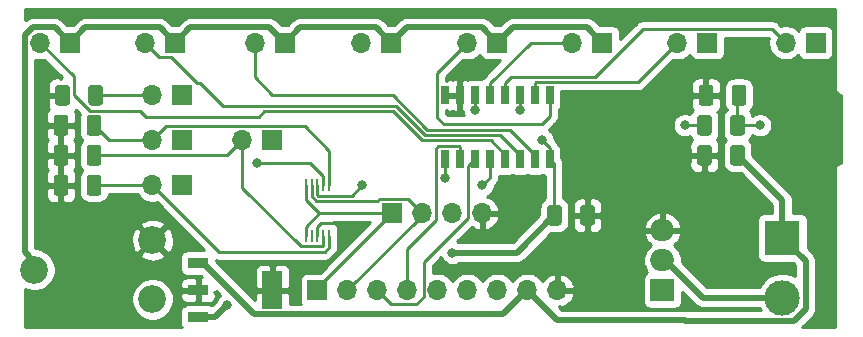
<source format=gbr>
%TF.GenerationSoftware,KiCad,Pcbnew,(5.1.6)-1*%
%TF.CreationDate,2020-11-25T17:12:48+01:00*%
%TF.ProjectId,heater_led_tempSensor_board,68656174-6572-45f6-9c65-645f74656d70,rev?*%
%TF.SameCoordinates,Original*%
%TF.FileFunction,Copper,L1,Top*%
%TF.FilePolarity,Positive*%
%FSLAX46Y46*%
G04 Gerber Fmt 4.6, Leading zero omitted, Abs format (unit mm)*
G04 Created by KiCad (PCBNEW (5.1.6)-1) date 2020-11-25 17:12:48*
%MOMM*%
%LPD*%
G01*
G04 APERTURE LIST*
%TA.AperFunction,ComponentPad*%
%ADD10O,1.700000X1.700000*%
%TD*%
%TA.AperFunction,ComponentPad*%
%ADD11R,1.700000X1.700000*%
%TD*%
%TA.AperFunction,ComponentPad*%
%ADD12C,3.000000*%
%TD*%
%TA.AperFunction,ComponentPad*%
%ADD13R,3.000000X3.000000*%
%TD*%
%TA.AperFunction,SMDPad,CuDef*%
%ADD14R,0.650000X1.525000*%
%TD*%
%TA.AperFunction,SMDPad,CuDef*%
%ADD15R,0.250000X1.100000*%
%TD*%
%TA.AperFunction,ComponentPad*%
%ADD16C,2.340000*%
%TD*%
%TA.AperFunction,ComponentPad*%
%ADD17O,2.000000X1.905000*%
%TD*%
%TA.AperFunction,ComponentPad*%
%ADD18R,2.000000X1.905000*%
%TD*%
%TA.AperFunction,SMDPad,CuDef*%
%ADD19R,1.750000X3.200000*%
%TD*%
%TA.AperFunction,SMDPad,CuDef*%
%ADD20R,1.750000X0.950000*%
%TD*%
%TA.AperFunction,ViaPad*%
%ADD21C,0.800000*%
%TD*%
%TA.AperFunction,Conductor*%
%ADD22C,0.250000*%
%TD*%
%TA.AperFunction,Conductor*%
%ADD23C,0.500000*%
%TD*%
%TA.AperFunction,Conductor*%
%ADD24C,0.254000*%
%TD*%
G04 APERTURE END LIST*
D10*
%TO.P,TH3,2*%
%TO.N,NTC3*%
X110490000Y-101600000D03*
D11*
%TO.P,TH3,1*%
%TO.N,+5V*%
X113030000Y-101600000D03*
%TD*%
D10*
%TO.P,TH2,2*%
%TO.N,NTC2*%
X110490000Y-105410000D03*
D11*
%TO.P,TH2,1*%
%TO.N,+5V*%
X113030000Y-105410000D03*
%TD*%
D10*
%TO.P,TH1,2*%
%TO.N,NTC1*%
X118110000Y-101600000D03*
D11*
%TO.P,TH1,1*%
%TO.N,+5V*%
X120650000Y-101600000D03*
%TD*%
D12*
%TO.P,J3,2*%
%TO.N,Net-(J3-Pad2)*%
X163830000Y-114935000D03*
D13*
%TO.P,J3,1*%
%TO.N,+12V*%
X163830000Y-109855000D03*
%TD*%
%TO.P,C1,2*%
%TO.N,GND*%
%TA.AperFunction,SMDPad,CuDef*%
G36*
G01*
X157845000Y-102245000D02*
X157845000Y-103495000D01*
G75*
G02*
X157595000Y-103745000I-250000J0D01*
G01*
X156845000Y-103745000D01*
G75*
G02*
X156595000Y-103495000I0J250000D01*
G01*
X156595000Y-102245000D01*
G75*
G02*
X156845000Y-101995000I250000J0D01*
G01*
X157595000Y-101995000D01*
G75*
G02*
X157845000Y-102245000I0J-250000D01*
G01*
G37*
%TD.AperFunction*%
%TO.P,C1,1*%
%TO.N,+12V*%
%TA.AperFunction,SMDPad,CuDef*%
G36*
G01*
X160645000Y-102245000D02*
X160645000Y-103495000D01*
G75*
G02*
X160395000Y-103745000I-250000J0D01*
G01*
X159645000Y-103745000D01*
G75*
G02*
X159395000Y-103495000I0J250000D01*
G01*
X159395000Y-102245000D01*
G75*
G02*
X159645000Y-101995000I250000J0D01*
G01*
X160395000Y-101995000D01*
G75*
G02*
X160645000Y-102245000I0J-250000D01*
G01*
G37*
%TD.AperFunction*%
%TD*%
D11*
%TO.P,TH4,1*%
%TO.N,+5V*%
X113030000Y-97790000D03*
D10*
%TO.P,TH4,2*%
%TO.N,NTC4*%
X110490000Y-97790000D03*
%TD*%
D14*
%TO.P,IC2,16*%
%TO.N,+5V*%
X144145000Y-103214000D03*
%TO.P,IC2,15*%
%TO.N,LED3*%
X142875000Y-103214000D03*
%TO.P,IC2,14*%
%TO.N,LED2*%
X141605000Y-103214000D03*
%TO.P,IC2,13*%
%TO.N,LED1*%
X140335000Y-103214000D03*
%TO.P,IC2,12*%
%TO.N,LED4*%
X139065000Y-103214000D03*
%TO.P,IC2,11*%
%TO.N,DC*%
X137795000Y-103214000D03*
%TO.P,IC2,10*%
%TO.N,DB*%
X136525000Y-103214000D03*
%TO.P,IC2,9*%
%TO.N,DA*%
X135255000Y-103214000D03*
%TO.P,IC2,8*%
%TO.N,GND*%
X135255000Y-97790000D03*
%TO.P,IC2,7*%
X136525000Y-97790000D03*
%TO.P,IC2,6*%
%TO.N,INH*%
X137795000Y-97790000D03*
%TO.P,IC2,5*%
%TO.N,LED6*%
X139065000Y-97790000D03*
%TO.P,IC2,4*%
%TO.N,LED8*%
X140335000Y-97790000D03*
%TO.P,IC2,3*%
%TO.N,+5V*%
X141605000Y-97790000D03*
%TO.P,IC2,2*%
%TO.N,LED7*%
X142875000Y-97790000D03*
%TO.P,IC2,1*%
%TO.N,LED5*%
X144145000Y-97790000D03*
%TD*%
D15*
%TO.P,U3,10*%
%TO.N,SCL*%
X123460000Y-105410000D03*
%TO.P,U3,9*%
%TO.N,SDA*%
X123960000Y-105410000D03*
%TO.P,U3,8*%
%TO.N,+5V*%
X124460000Y-105410000D03*
%TO.P,U3,7*%
%TO.N,NTC4*%
X124960000Y-105410000D03*
%TO.P,U3,6*%
%TO.N,NTC3*%
X125460000Y-105410000D03*
%TO.P,U3,5*%
%TO.N,NTC2*%
X125460000Y-109710000D03*
%TO.P,U3,4*%
%TO.N,NTC1*%
X124960000Y-109710000D03*
%TO.P,U3,3*%
%TO.N,GND*%
X124460000Y-109710000D03*
%TO.P,U3,2*%
%TO.N,Net-(U3-Pad2)*%
X123960000Y-109710000D03*
%TO.P,U3,1*%
%TO.N,SCL*%
X123460000Y-109710000D03*
%TD*%
%TO.P,R7,2*%
%TO.N,Net-(Q1-Pad1)*%
%TA.AperFunction,SMDPad,CuDef*%
G36*
G01*
X159525000Y-98415000D02*
X159525000Y-97165000D01*
G75*
G02*
X159775000Y-96915000I250000J0D01*
G01*
X160525000Y-96915000D01*
G75*
G02*
X160775000Y-97165000I0J-250000D01*
G01*
X160775000Y-98415000D01*
G75*
G02*
X160525000Y-98665000I-250000J0D01*
G01*
X159775000Y-98665000D01*
G75*
G02*
X159525000Y-98415000I0J250000D01*
G01*
G37*
%TD.AperFunction*%
%TO.P,R7,1*%
%TO.N,GND*%
%TA.AperFunction,SMDPad,CuDef*%
G36*
G01*
X156725000Y-98415000D02*
X156725000Y-97165000D01*
G75*
G02*
X156975000Y-96915000I250000J0D01*
G01*
X157725000Y-96915000D01*
G75*
G02*
X157975000Y-97165000I0J-250000D01*
G01*
X157975000Y-98415000D01*
G75*
G02*
X157725000Y-98665000I-250000J0D01*
G01*
X156975000Y-98665000D01*
G75*
G02*
X156725000Y-98415000I0J250000D01*
G01*
G37*
%TD.AperFunction*%
%TD*%
%TO.P,R6,2*%
%TO.N,heater_PWN*%
%TA.AperFunction,SMDPad,CuDef*%
G36*
G01*
X157845000Y-99705000D02*
X157845000Y-100955000D01*
G75*
G02*
X157595000Y-101205000I-250000J0D01*
G01*
X156845000Y-101205000D01*
G75*
G02*
X156595000Y-100955000I0J250000D01*
G01*
X156595000Y-99705000D01*
G75*
G02*
X156845000Y-99455000I250000J0D01*
G01*
X157595000Y-99455000D01*
G75*
G02*
X157845000Y-99705000I0J-250000D01*
G01*
G37*
%TD.AperFunction*%
%TO.P,R6,1*%
%TO.N,Net-(Q1-Pad1)*%
%TA.AperFunction,SMDPad,CuDef*%
G36*
G01*
X160645000Y-99705000D02*
X160645000Y-100955000D01*
G75*
G02*
X160395000Y-101205000I-250000J0D01*
G01*
X159645000Y-101205000D01*
G75*
G02*
X159395000Y-100955000I0J250000D01*
G01*
X159395000Y-99705000D01*
G75*
G02*
X159645000Y-99455000I250000J0D01*
G01*
X160395000Y-99455000D01*
G75*
G02*
X160645000Y-99705000I0J-250000D01*
G01*
G37*
%TD.AperFunction*%
%TD*%
%TO.P,R5,2*%
%TO.N,GND*%
%TA.AperFunction,SMDPad,CuDef*%
G36*
G01*
X103495000Y-97165000D02*
X103495000Y-98415000D01*
G75*
G02*
X103245000Y-98665000I-250000J0D01*
G01*
X102495000Y-98665000D01*
G75*
G02*
X102245000Y-98415000I0J250000D01*
G01*
X102245000Y-97165000D01*
G75*
G02*
X102495000Y-96915000I250000J0D01*
G01*
X103245000Y-96915000D01*
G75*
G02*
X103495000Y-97165000I0J-250000D01*
G01*
G37*
%TD.AperFunction*%
%TO.P,R5,1*%
%TO.N,NTC4*%
%TA.AperFunction,SMDPad,CuDef*%
G36*
G01*
X106295000Y-97165000D02*
X106295000Y-98415000D01*
G75*
G02*
X106045000Y-98665000I-250000J0D01*
G01*
X105295000Y-98665000D01*
G75*
G02*
X105045000Y-98415000I0J250000D01*
G01*
X105045000Y-97165000D01*
G75*
G02*
X105295000Y-96915000I250000J0D01*
G01*
X106045000Y-96915000D01*
G75*
G02*
X106295000Y-97165000I0J-250000D01*
G01*
G37*
%TD.AperFunction*%
%TD*%
%TO.P,R4,2*%
%TO.N,GND*%
%TA.AperFunction,SMDPad,CuDef*%
G36*
G01*
X103365000Y-99705000D02*
X103365000Y-100955000D01*
G75*
G02*
X103115000Y-101205000I-250000J0D01*
G01*
X102365000Y-101205000D01*
G75*
G02*
X102115000Y-100955000I0J250000D01*
G01*
X102115000Y-99705000D01*
G75*
G02*
X102365000Y-99455000I250000J0D01*
G01*
X103115000Y-99455000D01*
G75*
G02*
X103365000Y-99705000I0J-250000D01*
G01*
G37*
%TD.AperFunction*%
%TO.P,R4,1*%
%TO.N,NTC3*%
%TA.AperFunction,SMDPad,CuDef*%
G36*
G01*
X106165000Y-99705000D02*
X106165000Y-100955000D01*
G75*
G02*
X105915000Y-101205000I-250000J0D01*
G01*
X105165000Y-101205000D01*
G75*
G02*
X104915000Y-100955000I0J250000D01*
G01*
X104915000Y-99705000D01*
G75*
G02*
X105165000Y-99455000I250000J0D01*
G01*
X105915000Y-99455000D01*
G75*
G02*
X106165000Y-99705000I0J-250000D01*
G01*
G37*
%TD.AperFunction*%
%TD*%
%TO.P,R3,2*%
%TO.N,GND*%
%TA.AperFunction,SMDPad,CuDef*%
G36*
G01*
X103365000Y-104785000D02*
X103365000Y-106035000D01*
G75*
G02*
X103115000Y-106285000I-250000J0D01*
G01*
X102365000Y-106285000D01*
G75*
G02*
X102115000Y-106035000I0J250000D01*
G01*
X102115000Y-104785000D01*
G75*
G02*
X102365000Y-104535000I250000J0D01*
G01*
X103115000Y-104535000D01*
G75*
G02*
X103365000Y-104785000I0J-250000D01*
G01*
G37*
%TD.AperFunction*%
%TO.P,R3,1*%
%TO.N,NTC2*%
%TA.AperFunction,SMDPad,CuDef*%
G36*
G01*
X106165000Y-104785000D02*
X106165000Y-106035000D01*
G75*
G02*
X105915000Y-106285000I-250000J0D01*
G01*
X105165000Y-106285000D01*
G75*
G02*
X104915000Y-106035000I0J250000D01*
G01*
X104915000Y-104785000D01*
G75*
G02*
X105165000Y-104535000I250000J0D01*
G01*
X105915000Y-104535000D01*
G75*
G02*
X106165000Y-104785000I0J-250000D01*
G01*
G37*
%TD.AperFunction*%
%TD*%
%TO.P,R2,2*%
%TO.N,GND*%
%TA.AperFunction,SMDPad,CuDef*%
G36*
G01*
X103365000Y-102245000D02*
X103365000Y-103495000D01*
G75*
G02*
X103115000Y-103745000I-250000J0D01*
G01*
X102365000Y-103745000D01*
G75*
G02*
X102115000Y-103495000I0J250000D01*
G01*
X102115000Y-102245000D01*
G75*
G02*
X102365000Y-101995000I250000J0D01*
G01*
X103115000Y-101995000D01*
G75*
G02*
X103365000Y-102245000I0J-250000D01*
G01*
G37*
%TD.AperFunction*%
%TO.P,R2,1*%
%TO.N,NTC1*%
%TA.AperFunction,SMDPad,CuDef*%
G36*
G01*
X106165000Y-102245000D02*
X106165000Y-103495000D01*
G75*
G02*
X105915000Y-103745000I-250000J0D01*
G01*
X105165000Y-103745000D01*
G75*
G02*
X104915000Y-103495000I0J250000D01*
G01*
X104915000Y-102245000D01*
G75*
G02*
X105165000Y-101995000I250000J0D01*
G01*
X105915000Y-101995000D01*
G75*
G02*
X106165000Y-102245000I0J-250000D01*
G01*
G37*
%TD.AperFunction*%
%TD*%
D16*
%TO.P,R1,1*%
%TO.N,GND*%
X110490000Y-110061398D03*
%TO.P,R1,2*%
%TO.N,Net-(D1-Pad1)*%
X100490000Y-112561398D03*
%TO.P,R1,3*%
%TO.N,N/C*%
X110490000Y-115061398D03*
%TD*%
D17*
%TO.P,Q1,3*%
%TO.N,GND*%
X153670000Y-109220000D03*
%TO.P,Q1,2*%
%TO.N,Net-(J3-Pad2)*%
X153670000Y-111760000D03*
D18*
%TO.P,Q1,1*%
%TO.N,Net-(Q1-Pad1)*%
X153670000Y-114300000D03*
%TD*%
D10*
%TO.P,J2,9*%
%TO.N,GND*%
X144780000Y-114300000D03*
%TO.P,J2,8*%
%TO.N,+12V*%
X142240000Y-114300000D03*
%TO.P,J2,7*%
%TO.N,heater_PWN*%
X139700000Y-114300000D03*
%TO.P,J2,6*%
%TO.N,INH*%
X137160000Y-114300000D03*
%TO.P,J2,5*%
%TO.N,DA*%
X134620000Y-114300000D03*
%TO.P,J2,4*%
%TO.N,DB*%
X132080000Y-114300000D03*
%TO.P,J2,3*%
%TO.N,DC*%
X129540000Y-114300000D03*
%TO.P,J2,2*%
%TO.N,SDA*%
X127000000Y-114300000D03*
D11*
%TO.P,J2,1*%
%TO.N,SCL*%
X124460000Y-114300000D03*
%TD*%
D10*
%TO.P,J1,4*%
%TO.N,GND*%
X138399669Y-107788560D03*
%TO.P,J1,3*%
%TO.N,+5V*%
X135859669Y-107788560D03*
%TO.P,J1,2*%
%TO.N,SDA*%
X133319669Y-107788560D03*
D11*
%TO.P,J1,1*%
%TO.N,SCL*%
X130779669Y-107788560D03*
%TD*%
D19*
%TO.P,IC1,4*%
%TO.N,GND*%
X120650000Y-114300000D03*
D20*
%TO.P,IC1,3*%
%TO.N,+5V*%
X114350000Y-116600000D03*
%TO.P,IC1,2*%
%TO.N,GND*%
X114350000Y-114300000D03*
%TO.P,IC1,1*%
%TO.N,+12V*%
X114350000Y-112000000D03*
%TD*%
D10*
%TO.P,D8,2*%
%TO.N,LED8*%
X164096279Y-93345000D03*
D11*
%TO.P,D8,1*%
%TO.N,Net-(D1-Pad1)*%
X166636279Y-93345000D03*
%TD*%
D10*
%TO.P,D7,2*%
%TO.N,LED7*%
X154940000Y-93345000D03*
D11*
%TO.P,D7,1*%
%TO.N,Net-(D1-Pad1)*%
X157480000Y-93345000D03*
%TD*%
D10*
%TO.P,D6,2*%
%TO.N,LED6*%
X146050000Y-93345000D03*
D11*
%TO.P,D6,1*%
%TO.N,Net-(D1-Pad1)*%
X148590000Y-93345000D03*
%TD*%
D10*
%TO.P,D5,2*%
%TO.N,LED5*%
X137160000Y-93345000D03*
D11*
%TO.P,D5,1*%
%TO.N,Net-(D1-Pad1)*%
X139700000Y-93345000D03*
%TD*%
D10*
%TO.P,D4,2*%
%TO.N,LED4*%
X128164893Y-93338336D03*
D11*
%TO.P,D4,1*%
%TO.N,Net-(D1-Pad1)*%
X130704893Y-93338336D03*
%TD*%
D10*
%TO.P,D3,2*%
%TO.N,LED3*%
X119144844Y-93338336D03*
D11*
%TO.P,D3,1*%
%TO.N,Net-(D1-Pad1)*%
X121684844Y-93338336D03*
%TD*%
D10*
%TO.P,D2,2*%
%TO.N,LED2*%
X109855000Y-93345000D03*
D11*
%TO.P,D2,1*%
%TO.N,Net-(D1-Pad1)*%
X112395000Y-93345000D03*
%TD*%
D10*
%TO.P,D1,2*%
%TO.N,LED1*%
X100965000Y-93345000D03*
D11*
%TO.P,D1,1*%
%TO.N,Net-(D1-Pad1)*%
X103505000Y-93345000D03*
%TD*%
%TO.P,C2,2*%
%TO.N,GND*%
%TA.AperFunction,SMDPad,CuDef*%
G36*
G01*
X146695000Y-108575000D02*
X146695000Y-107325000D01*
G75*
G02*
X146945000Y-107075000I250000J0D01*
G01*
X147695000Y-107075000D01*
G75*
G02*
X147945000Y-107325000I0J-250000D01*
G01*
X147945000Y-108575000D01*
G75*
G02*
X147695000Y-108825000I-250000J0D01*
G01*
X146945000Y-108825000D01*
G75*
G02*
X146695000Y-108575000I0J250000D01*
G01*
G37*
%TD.AperFunction*%
%TO.P,C2,1*%
%TO.N,+5V*%
%TA.AperFunction,SMDPad,CuDef*%
G36*
G01*
X143895000Y-108575000D02*
X143895000Y-107325000D01*
G75*
G02*
X144145000Y-107075000I250000J0D01*
G01*
X144895000Y-107075000D01*
G75*
G02*
X145145000Y-107325000I0J-250000D01*
G01*
X145145000Y-108575000D01*
G75*
G02*
X144895000Y-108825000I-250000J0D01*
G01*
X144145000Y-108825000D01*
G75*
G02*
X143895000Y-108575000I0J250000D01*
G01*
G37*
%TD.AperFunction*%
%TD*%
D21*
%TO.N,GND*%
X137795000Y-95250000D03*
X146050000Y-98425000D03*
X100965000Y-90805000D03*
X100965000Y-95250000D03*
X146050000Y-105410000D03*
X142875000Y-105410000D03*
X117475000Y-112395000D03*
%TO.N,+5V*%
X116840000Y-115570000D03*
X135890000Y-111125000D03*
X128270000Y-105410000D03*
X141605000Y-99060000D03*
X143510000Y-101600000D03*
%TO.N,LED4*%
X138430000Y-105410000D03*
%TO.N,DA*%
X135255000Y-104775000D03*
%TO.N,INH*%
X137795000Y-99060000D03*
%TO.N,heater_PWN*%
X155575000Y-100330000D03*
%TO.N,Net-(Q1-Pad1)*%
X161925000Y-100330000D03*
%TO.N,NTC4*%
X119380000Y-103505000D03*
%TD*%
D22*
%TO.N,GND*%
X124460000Y-108910000D02*
X124785000Y-108585000D01*
X124460000Y-109710000D02*
X124460000Y-108910000D01*
X124785000Y-108585000D02*
X125730000Y-108585000D01*
D23*
%TO.N,+12V*%
X162560000Y-105410000D02*
X160020000Y-102870000D01*
X144780000Y-116840000D02*
X142240000Y-114300000D01*
X140189999Y-116350001D02*
X142240000Y-114300000D01*
X114750000Y-112000000D02*
X119100001Y-116350001D01*
X119100001Y-116350001D02*
X140189999Y-116350001D01*
X114350000Y-112000000D02*
X114750000Y-112000000D01*
X165780001Y-111805001D02*
X163830000Y-109855000D01*
X165780001Y-115871001D02*
X165780001Y-111805001D01*
X155538231Y-116840000D02*
X155583232Y-116885001D01*
X164766001Y-116885001D02*
X165780001Y-115871001D01*
X155583232Y-116885001D02*
X164766001Y-116885001D01*
X144780000Y-116840000D02*
X155538231Y-116840000D01*
X163830000Y-106680000D02*
X162560000Y-105410000D01*
X163830000Y-109855000D02*
X163830000Y-106680000D01*
D22*
%TO.N,+5V*%
X144520000Y-103589000D02*
X144145000Y-103214000D01*
X144520000Y-107950000D02*
X144520000Y-103589000D01*
D23*
X114350000Y-116600000D02*
X115810000Y-116600000D01*
X115810000Y-116600000D02*
X116840000Y-115570000D01*
X116840000Y-115570000D02*
X116840000Y-115570000D01*
X144520000Y-107950000D02*
X141345000Y-111125000D01*
X141345000Y-111125000D02*
X135890000Y-111125000D01*
X135890000Y-111125000D02*
X135890000Y-111125000D01*
D22*
X124460000Y-106210000D02*
X124460000Y-105410000D01*
X124535001Y-106285001D02*
X124460000Y-106210000D01*
X127394999Y-106285001D02*
X124535001Y-106285001D01*
X128270000Y-105410000D02*
X127394999Y-106285001D01*
X141605000Y-97790000D02*
X141605000Y-99060000D01*
X144145000Y-103214000D02*
X144145000Y-102235000D01*
X144145000Y-102235000D02*
X143510000Y-101600000D01*
X141605000Y-99060000D02*
X141605000Y-99060000D01*
X143510000Y-101600000D02*
X143510000Y-101600000D01*
%TO.N,LED1*%
X140335000Y-102811498D02*
X140335000Y-103214000D01*
X109455988Y-99129990D02*
X109925999Y-99600001D01*
X105196800Y-99129990D02*
X109455988Y-99129990D01*
X130879990Y-99129990D02*
X133350000Y-101600000D01*
X133350000Y-101600000D02*
X139123502Y-101600000D01*
X103820010Y-96200010D02*
X103820010Y-97753200D01*
X100965000Y-93345000D02*
X103820010Y-96200010D01*
X109925999Y-99600001D02*
X119474999Y-99600001D01*
X119474999Y-99600001D02*
X119945011Y-99129990D01*
X103820010Y-97753200D02*
X105196800Y-99129990D01*
X119945011Y-99129990D02*
X130879990Y-99129990D01*
X139123502Y-101600000D02*
X140335000Y-102811498D01*
D23*
%TO.N,Net-(D1-Pad1)*%
X102204999Y-92044999D02*
X103505000Y-93345000D01*
X100340999Y-92044999D02*
X102204999Y-92044999D01*
X99664999Y-92720999D02*
X100340999Y-92044999D01*
X99664999Y-111094999D02*
X99664999Y-92720999D01*
X100965000Y-112395000D02*
X99664999Y-111094999D01*
X104805001Y-92044999D02*
X111094999Y-92044999D01*
X111094999Y-92044999D02*
X112395000Y-93345000D01*
X103505000Y-93345000D02*
X104805001Y-92044999D01*
X120384843Y-92038335D02*
X121684844Y-93338336D01*
X113701665Y-92038335D02*
X120384843Y-92038335D01*
X112395000Y-93345000D02*
X113701665Y-92038335D01*
X129404892Y-92038335D02*
X130704893Y-93338336D01*
X122984845Y-92038335D02*
X129404892Y-92038335D01*
X121684844Y-93338336D02*
X122984845Y-92038335D01*
X138399999Y-92044999D02*
X139700000Y-93345000D01*
X131998230Y-92044999D02*
X138399999Y-92044999D01*
X130704893Y-93338336D02*
X131998230Y-92044999D01*
X147289999Y-92044999D02*
X148590000Y-93345000D01*
X141000001Y-92044999D02*
X147289999Y-92044999D01*
X139700000Y-93345000D02*
X141000001Y-92044999D01*
D22*
%TO.N,LED2*%
X112045003Y-94520001D02*
X114300000Y-96774998D01*
X109855000Y-93345000D02*
X111030001Y-94520001D01*
X111030001Y-94520001D02*
X112045003Y-94520001D01*
X114554998Y-96774998D02*
X116459980Y-98679980D01*
X114300000Y-96774998D02*
X114554998Y-96774998D01*
X116459980Y-98679980D02*
X131066391Y-98679981D01*
X141605000Y-102811498D02*
X141605000Y-103214000D01*
X133536400Y-101149990D02*
X139943492Y-101149990D01*
X139943492Y-101149990D02*
X141605000Y-102811498D01*
X131066391Y-98679981D02*
X133536400Y-101149990D01*
%TO.N,LED3*%
X142875000Y-102811498D02*
X142875000Y-103214000D01*
X140763482Y-100699980D02*
X142875000Y-102811498D01*
X119144844Y-93338336D02*
X119144844Y-96284844D01*
X119144844Y-96284844D02*
X120650000Y-97790000D01*
X133722800Y-100699980D02*
X140763482Y-100699980D01*
X120650000Y-97790000D02*
X130812820Y-97790000D01*
X130812820Y-97790000D02*
X133722800Y-100699980D01*
%TO.N,LED4*%
X139065000Y-104775000D02*
X139065000Y-103214000D01*
X138430000Y-105410000D02*
X139065000Y-104775000D01*
%TO.N,LED5*%
X144145000Y-98802500D02*
X144145000Y-97790000D01*
X144145000Y-99534940D02*
X144145000Y-97790000D01*
X134604999Y-95900001D02*
X134604999Y-99679999D01*
X137160000Y-93345000D02*
X134604999Y-95900001D01*
X134604999Y-99679999D02*
X135174970Y-100249970D01*
X135174970Y-100249970D02*
X143429970Y-100249970D01*
X143429970Y-100249970D02*
X144145000Y-99534940D01*
%TO.N,LED6*%
X139065000Y-96777500D02*
X139065000Y-97790000D01*
X142497500Y-93345000D02*
X139065000Y-96777500D01*
X146050000Y-93345000D02*
X142497500Y-93345000D01*
%TO.N,LED7*%
X142875000Y-96777500D02*
X142875000Y-97790000D01*
X151582501Y-96702499D02*
X142950001Y-96702499D01*
X142950001Y-96702499D02*
X142875000Y-96777500D01*
X154940000Y-93345000D02*
X151582501Y-96702499D01*
%TO.N,LED8*%
X140335000Y-96777500D02*
X140335000Y-97790000D01*
X140860011Y-96252489D02*
X140335000Y-96777500D01*
X147967513Y-96252489D02*
X140860011Y-96252489D01*
X152050003Y-92169999D02*
X147967513Y-96252489D01*
X162921278Y-92169999D02*
X152050003Y-92169999D01*
X164096279Y-93345000D02*
X162921278Y-92169999D01*
%TO.N,DC*%
X137224668Y-103784332D02*
X137795000Y-103214000D01*
X137224668Y-108162563D02*
X137224668Y-103784332D01*
X133444999Y-111942232D02*
X137224668Y-108162563D01*
X133444999Y-114840001D02*
X133444999Y-111942232D01*
X132809999Y-115475001D02*
X133444999Y-114840001D01*
X130715001Y-115475001D02*
X132809999Y-115475001D01*
X129540000Y-114300000D02*
X130715001Y-115475001D01*
%TO.N,DB*%
X136525000Y-102201500D02*
X136525000Y-103214000D01*
X134669999Y-102126499D02*
X136449999Y-102126499D01*
X134494670Y-102301828D02*
X134669999Y-102126499D01*
X134494670Y-108352561D02*
X134494670Y-102301828D01*
X132080000Y-110767231D02*
X134494670Y-108352561D01*
X136449999Y-102126499D02*
X136525000Y-102201500D01*
X132080000Y-114300000D02*
X132080000Y-110767231D01*
%TO.N,DA*%
X135255000Y-104775000D02*
X135255000Y-103214000D01*
%TO.N,INH*%
X137795000Y-99060000D02*
X137795000Y-97790000D01*
%TO.N,SDA*%
X133319669Y-107980331D02*
X133319669Y-107788560D01*
X127000000Y-114300000D02*
X133319669Y-107980331D01*
X123960000Y-105410000D02*
X123960000Y-106346410D01*
X123960000Y-106346410D02*
X124348601Y-106735011D01*
X124348601Y-106735011D02*
X129548216Y-106735011D01*
X132144668Y-106613559D02*
X133319669Y-107788560D01*
X129669668Y-106613559D02*
X132144668Y-106613559D01*
X129548216Y-106735011D02*
X129669668Y-106613559D01*
%TO.N,SCL*%
X124460000Y-114108229D02*
X130779669Y-107788560D01*
X124460000Y-114300000D02*
X124460000Y-114108229D01*
X123460000Y-108949998D02*
X123460000Y-109710000D01*
X124621438Y-107788560D02*
X123460000Y-108949998D01*
X130779669Y-107788560D02*
X124621438Y-107788560D01*
X123460000Y-106627122D02*
X123460000Y-105410000D01*
X124621438Y-107788560D02*
X123460000Y-106627122D01*
%TO.N,heater_PWN*%
X157220000Y-100330000D02*
X155575000Y-100330000D01*
X155575000Y-100330000D02*
X155575000Y-100330000D01*
D23*
%TO.N,Net-(J3-Pad2)*%
X153892502Y-111760000D02*
X153670000Y-111760000D01*
X163830000Y-114935000D02*
X157067502Y-114935000D01*
X157067502Y-114935000D02*
X153892502Y-111760000D01*
D22*
%TO.N,Net-(Q1-Pad1)*%
X161925000Y-100330000D02*
X160020000Y-100330000D01*
X160020000Y-97920000D02*
X160150000Y-97790000D01*
X160020000Y-100330000D02*
X160020000Y-97920000D01*
%TO.N,NTC1*%
X118110000Y-105620002D02*
X118110000Y-101600000D01*
X123074999Y-110585001D02*
X118110000Y-105620002D01*
X124884999Y-110585001D02*
X123074999Y-110585001D01*
X124960000Y-110510000D02*
X124884999Y-110585001D01*
X124960000Y-109710000D02*
X124960000Y-110510000D01*
X116840000Y-102870000D02*
X105540000Y-102870000D01*
X118110000Y-101600000D02*
X116840000Y-102870000D01*
%TO.N,NTC2*%
X125460000Y-110646410D02*
X125460000Y-109710000D01*
X125071400Y-111035010D02*
X125460000Y-110646410D01*
X116115010Y-111035010D02*
X125071400Y-111035010D01*
X110490000Y-105410000D02*
X116115010Y-111035010D01*
X110490000Y-105410000D02*
X105540000Y-105410000D01*
%TO.N,NTC3*%
X106810000Y-101600000D02*
X105540000Y-100330000D01*
X110490000Y-101600000D02*
X106810000Y-101600000D01*
X111665001Y-100424999D02*
X110490000Y-101600000D01*
X123399999Y-100424999D02*
X111665001Y-100424999D01*
X125460000Y-102485000D02*
X123399999Y-100424999D01*
X125460000Y-105410000D02*
X125460000Y-102485000D01*
%TO.N,NTC4*%
X109855000Y-97790000D02*
X110490000Y-98425000D01*
X105670000Y-97790000D02*
X109855000Y-97790000D01*
X124960000Y-104610000D02*
X123855000Y-103505000D01*
X124960000Y-105410000D02*
X124960000Y-104610000D01*
X123855000Y-103505000D02*
X119380000Y-103505000D01*
X119380000Y-103505000D02*
X119380000Y-103505000D01*
%TD*%
D24*
%TO.N,GND*%
G36*
X168250001Y-97109877D02*
G01*
X168246808Y-97142289D01*
X168250001Y-97174718D01*
X168250001Y-97174725D01*
X168252185Y-97196904D01*
X168259547Y-97271671D01*
X168259550Y-97271682D01*
X168259551Y-97271689D01*
X168272689Y-97314998D01*
X168297284Y-97396082D01*
X168297288Y-97396090D01*
X168297291Y-97396099D01*
X168326904Y-97451501D01*
X168358566Y-97510741D01*
X168358572Y-97510748D01*
X168358576Y-97510756D01*
X168399618Y-97560765D01*
X168441040Y-97611241D01*
X168441047Y-97611247D01*
X168441053Y-97611254D01*
X168491514Y-97652666D01*
X168541536Y-97693721D01*
X168541544Y-97693725D01*
X168541551Y-97693731D01*
X168597395Y-97723580D01*
X168656191Y-97755009D01*
X168656200Y-97755012D01*
X168656208Y-97755016D01*
X168725602Y-97776067D01*
X168780600Y-97792752D01*
X168780607Y-97792753D01*
X168780618Y-97792756D01*
X168783000Y-97792991D01*
X168783000Y-103489315D01*
X168780631Y-103489548D01*
X168780628Y-103489549D01*
X168780617Y-103489550D01*
X168689986Y-103517043D01*
X168656221Y-103527285D01*
X168656218Y-103527287D01*
X168656207Y-103527290D01*
X168566622Y-103575174D01*
X168541562Y-103588568D01*
X168541560Y-103588570D01*
X168541550Y-103588575D01*
X168466643Y-103650050D01*
X168441063Y-103671042D01*
X168441061Y-103671045D01*
X168441052Y-103671052D01*
X168396777Y-103725002D01*
X168358583Y-103771539D01*
X168358580Y-103771545D01*
X168358575Y-103771551D01*
X168339682Y-103806898D01*
X168297296Y-103886194D01*
X168297294Y-103886200D01*
X168297290Y-103886208D01*
X168275241Y-103958894D01*
X168259553Y-104010604D01*
X168259552Y-104010610D01*
X168259550Y-104010618D01*
X168253702Y-104069999D01*
X168246808Y-104139986D01*
X168250000Y-104172403D01*
X168250001Y-112997572D01*
X168250000Y-112997582D01*
X168250001Y-117450000D01*
X165452580Y-117450000D01*
X166375051Y-116527530D01*
X166408818Y-116499818D01*
X166456109Y-116442195D01*
X166519412Y-116365060D01*
X166601590Y-116211315D01*
X166652196Y-116044491D01*
X166652196Y-116044490D01*
X166665001Y-115914478D01*
X166665001Y-115914470D01*
X166669282Y-115871001D01*
X166665001Y-115827532D01*
X166665001Y-111848470D01*
X166669282Y-111805001D01*
X166665001Y-111761532D01*
X166665001Y-111761524D01*
X166652196Y-111631511D01*
X166601590Y-111464688D01*
X166519412Y-111310942D01*
X166488829Y-111273677D01*
X166436533Y-111209954D01*
X166436531Y-111209952D01*
X166408818Y-111176184D01*
X166375050Y-111148471D01*
X165968072Y-110741493D01*
X165968072Y-108355000D01*
X165955812Y-108230518D01*
X165919502Y-108110820D01*
X165860537Y-108000506D01*
X165781185Y-107903815D01*
X165684494Y-107824463D01*
X165574180Y-107765498D01*
X165454482Y-107729188D01*
X165330000Y-107716928D01*
X164715000Y-107716928D01*
X164715000Y-106723465D01*
X164719281Y-106679999D01*
X164715000Y-106636533D01*
X164715000Y-106636523D01*
X164702195Y-106506510D01*
X164651589Y-106339687D01*
X164569411Y-106185941D01*
X164528438Y-106136016D01*
X164486532Y-106084953D01*
X164486530Y-106084951D01*
X164458817Y-106051183D01*
X164425049Y-106023470D01*
X163216536Y-104814958D01*
X163216532Y-104814953D01*
X161283072Y-102881494D01*
X161283072Y-102245000D01*
X161266008Y-102071746D01*
X161215472Y-101905150D01*
X161133405Y-101751614D01*
X161022962Y-101617038D01*
X161002201Y-101600000D01*
X161022962Y-101582962D01*
X161133405Y-101448386D01*
X161215472Y-101294850D01*
X161264503Y-101133214D01*
X161265226Y-101133937D01*
X161434744Y-101247205D01*
X161623102Y-101325226D01*
X161823061Y-101365000D01*
X162026939Y-101365000D01*
X162226898Y-101325226D01*
X162415256Y-101247205D01*
X162584774Y-101133937D01*
X162728937Y-100989774D01*
X162842205Y-100820256D01*
X162920226Y-100631898D01*
X162960000Y-100431939D01*
X162960000Y-100228061D01*
X162920226Y-100028102D01*
X162842205Y-99839744D01*
X162728937Y-99670226D01*
X162584774Y-99526063D01*
X162415256Y-99412795D01*
X162226898Y-99334774D01*
X162026939Y-99295000D01*
X161823061Y-99295000D01*
X161623102Y-99334774D01*
X161434744Y-99412795D01*
X161265226Y-99526063D01*
X161264503Y-99526786D01*
X161215472Y-99365150D01*
X161133405Y-99211614D01*
X161058570Y-99120427D01*
X161152962Y-99042962D01*
X161263405Y-98908386D01*
X161345472Y-98754850D01*
X161396008Y-98588254D01*
X161413072Y-98415000D01*
X161413072Y-97165000D01*
X161396008Y-96991746D01*
X161345472Y-96825150D01*
X161263405Y-96671614D01*
X161152962Y-96537038D01*
X161018386Y-96426595D01*
X160864850Y-96344528D01*
X160698254Y-96293992D01*
X160525000Y-96276928D01*
X159775000Y-96276928D01*
X159601746Y-96293992D01*
X159435150Y-96344528D01*
X159281614Y-96426595D01*
X159147038Y-96537038D01*
X159036595Y-96671614D01*
X158954528Y-96825150D01*
X158903992Y-96991746D01*
X158886928Y-97165000D01*
X158886928Y-98415000D01*
X158903992Y-98588254D01*
X158954528Y-98754850D01*
X159036595Y-98908386D01*
X159111430Y-98999573D01*
X159017038Y-99077038D01*
X158906595Y-99211614D01*
X158824528Y-99365150D01*
X158773992Y-99531746D01*
X158756928Y-99705000D01*
X158756928Y-100955000D01*
X158773992Y-101128254D01*
X158824528Y-101294850D01*
X158906595Y-101448386D01*
X159017038Y-101582962D01*
X159037799Y-101600000D01*
X159017038Y-101617038D01*
X158906595Y-101751614D01*
X158824528Y-101905150D01*
X158773992Y-102071746D01*
X158756928Y-102245000D01*
X158756928Y-103495000D01*
X158773992Y-103668254D01*
X158824528Y-103834850D01*
X158906595Y-103988386D01*
X159017038Y-104122962D01*
X159151614Y-104233405D01*
X159305150Y-104315472D01*
X159471746Y-104366008D01*
X159645000Y-104383072D01*
X160281494Y-104383072D01*
X161964953Y-106066532D01*
X161964958Y-106066536D01*
X162945001Y-107046580D01*
X162945001Y-107716928D01*
X162330000Y-107716928D01*
X162205518Y-107729188D01*
X162085820Y-107765498D01*
X161975506Y-107824463D01*
X161878815Y-107903815D01*
X161799463Y-108000506D01*
X161740498Y-108110820D01*
X161704188Y-108230518D01*
X161691928Y-108355000D01*
X161691928Y-111355000D01*
X161704188Y-111479482D01*
X161740498Y-111599180D01*
X161799463Y-111709494D01*
X161878815Y-111806185D01*
X161975506Y-111885537D01*
X162085820Y-111944502D01*
X162205518Y-111980812D01*
X162330000Y-111993072D01*
X164716493Y-111993072D01*
X164895002Y-112171581D01*
X164895002Y-113078869D01*
X164841302Y-113042988D01*
X164452756Y-112882047D01*
X164040279Y-112800000D01*
X163619721Y-112800000D01*
X163207244Y-112882047D01*
X162818698Y-113042988D01*
X162469017Y-113276637D01*
X162171637Y-113574017D01*
X161937988Y-113923698D01*
X161885672Y-114050000D01*
X157434081Y-114050000D01*
X155297564Y-111913484D01*
X155312681Y-111760000D01*
X155282030Y-111448796D01*
X155191255Y-111149551D01*
X155043845Y-110873765D01*
X154845463Y-110632037D01*
X154666101Y-110484837D01*
X154851315Y-110329437D01*
X155045969Y-110086923D01*
X155189571Y-109811094D01*
X155260563Y-109592980D01*
X155140594Y-109347000D01*
X153797000Y-109347000D01*
X153797000Y-109367000D01*
X153543000Y-109367000D01*
X153543000Y-109347000D01*
X152199406Y-109347000D01*
X152079437Y-109592980D01*
X152150429Y-109811094D01*
X152294031Y-110086923D01*
X152488685Y-110329437D01*
X152673899Y-110484837D01*
X152494537Y-110632037D01*
X152296155Y-110873765D01*
X152148745Y-111149551D01*
X152057970Y-111448796D01*
X152027319Y-111760000D01*
X152057970Y-112071204D01*
X152148745Y-112370449D01*
X152296155Y-112646235D01*
X152399446Y-112772095D01*
X152315506Y-112816963D01*
X152218815Y-112896315D01*
X152139463Y-112993006D01*
X152080498Y-113103320D01*
X152044188Y-113223018D01*
X152031928Y-113347500D01*
X152031928Y-115252500D01*
X152044188Y-115376982D01*
X152080498Y-115496680D01*
X152139463Y-115606994D01*
X152218815Y-115703685D01*
X152315506Y-115783037D01*
X152425820Y-115842002D01*
X152545518Y-115878312D01*
X152670000Y-115890572D01*
X154670000Y-115890572D01*
X154794482Y-115878312D01*
X154914180Y-115842002D01*
X155024494Y-115783037D01*
X155121185Y-115703685D01*
X155200537Y-115606994D01*
X155259502Y-115496680D01*
X155295812Y-115376982D01*
X155308072Y-115252500D01*
X155308072Y-114427149D01*
X156410972Y-115530049D01*
X156438685Y-115563817D01*
X156472453Y-115591530D01*
X156472455Y-115591532D01*
X156543954Y-115650210D01*
X156573443Y-115674411D01*
X156727189Y-115756589D01*
X156894012Y-115807195D01*
X157024025Y-115820000D01*
X157024035Y-115820000D01*
X157067501Y-115824281D01*
X157110968Y-115820000D01*
X161885672Y-115820000D01*
X161937988Y-115946302D01*
X161973868Y-116000001D01*
X155817855Y-116000001D01*
X155711721Y-115967805D01*
X155581708Y-115955000D01*
X155581700Y-115955000D01*
X155538231Y-115950719D01*
X155494762Y-115955000D01*
X145146579Y-115955000D01*
X144907002Y-115715423D01*
X144907002Y-115620156D01*
X145136890Y-115741476D01*
X145284099Y-115696825D01*
X145546920Y-115571641D01*
X145780269Y-115397588D01*
X145975178Y-115181355D01*
X146124157Y-114931252D01*
X146221481Y-114656891D01*
X146100814Y-114427000D01*
X144907000Y-114427000D01*
X144907000Y-114447000D01*
X144653000Y-114447000D01*
X144653000Y-114427000D01*
X144633000Y-114427000D01*
X144633000Y-114173000D01*
X144653000Y-114173000D01*
X144653000Y-112979845D01*
X144907000Y-112979845D01*
X144907000Y-114173000D01*
X146100814Y-114173000D01*
X146221481Y-113943109D01*
X146124157Y-113668748D01*
X145975178Y-113418645D01*
X145780269Y-113202412D01*
X145546920Y-113028359D01*
X145284099Y-112903175D01*
X145136890Y-112858524D01*
X144907000Y-112979845D01*
X144653000Y-112979845D01*
X144423110Y-112858524D01*
X144275901Y-112903175D01*
X144013080Y-113028359D01*
X143779731Y-113202412D01*
X143584822Y-113418645D01*
X143515195Y-113535534D01*
X143393475Y-113353368D01*
X143186632Y-113146525D01*
X142943411Y-112984010D01*
X142673158Y-112872068D01*
X142386260Y-112815000D01*
X142093740Y-112815000D01*
X141806842Y-112872068D01*
X141536589Y-112984010D01*
X141293368Y-113146525D01*
X141086525Y-113353368D01*
X140970000Y-113527760D01*
X140853475Y-113353368D01*
X140646632Y-113146525D01*
X140403411Y-112984010D01*
X140133158Y-112872068D01*
X139846260Y-112815000D01*
X139553740Y-112815000D01*
X139266842Y-112872068D01*
X138996589Y-112984010D01*
X138753368Y-113146525D01*
X138546525Y-113353368D01*
X138430000Y-113527760D01*
X138313475Y-113353368D01*
X138106632Y-113146525D01*
X137863411Y-112984010D01*
X137593158Y-112872068D01*
X137306260Y-112815000D01*
X137013740Y-112815000D01*
X136726842Y-112872068D01*
X136456589Y-112984010D01*
X136213368Y-113146525D01*
X136006525Y-113353368D01*
X135890000Y-113527760D01*
X135773475Y-113353368D01*
X135566632Y-113146525D01*
X135323411Y-112984010D01*
X135053158Y-112872068D01*
X134766260Y-112815000D01*
X134473740Y-112815000D01*
X134204999Y-112868456D01*
X134204999Y-112257033D01*
X134935885Y-111526147D01*
X134972795Y-111615256D01*
X135086063Y-111784774D01*
X135230226Y-111928937D01*
X135399744Y-112042205D01*
X135588102Y-112120226D01*
X135788061Y-112160000D01*
X135991939Y-112160000D01*
X136191898Y-112120226D01*
X136380256Y-112042205D01*
X136428454Y-112010000D01*
X141301531Y-112010000D01*
X141345000Y-112014281D01*
X141388469Y-112010000D01*
X141388477Y-112010000D01*
X141518490Y-111997195D01*
X141685313Y-111946589D01*
X141839059Y-111864411D01*
X141973817Y-111753817D01*
X142001534Y-111720044D01*
X144258507Y-109463072D01*
X144895000Y-109463072D01*
X145068254Y-109446008D01*
X145234850Y-109395472D01*
X145388386Y-109313405D01*
X145522962Y-109202962D01*
X145633405Y-109068386D01*
X145715472Y-108914850D01*
X145742727Y-108825000D01*
X146056928Y-108825000D01*
X146069188Y-108949482D01*
X146105498Y-109069180D01*
X146164463Y-109179494D01*
X146243815Y-109276185D01*
X146340506Y-109355537D01*
X146450820Y-109414502D01*
X146570518Y-109450812D01*
X146695000Y-109463072D01*
X147034250Y-109460000D01*
X147193000Y-109301250D01*
X147193000Y-108077000D01*
X147447000Y-108077000D01*
X147447000Y-109301250D01*
X147605750Y-109460000D01*
X147945000Y-109463072D01*
X148069482Y-109450812D01*
X148189180Y-109414502D01*
X148299494Y-109355537D01*
X148396185Y-109276185D01*
X148475537Y-109179494D01*
X148534502Y-109069180D01*
X148570812Y-108949482D01*
X148580903Y-108847020D01*
X152079437Y-108847020D01*
X152199406Y-109093000D01*
X153543000Y-109093000D01*
X153543000Y-107794430D01*
X153797000Y-107794430D01*
X153797000Y-109093000D01*
X155140594Y-109093000D01*
X155260563Y-108847020D01*
X155189571Y-108628906D01*
X155045969Y-108353077D01*
X154851315Y-108110563D01*
X154613089Y-107910684D01*
X154340446Y-107761121D01*
X154043863Y-107667622D01*
X153797000Y-107794430D01*
X153543000Y-107794430D01*
X153296137Y-107667622D01*
X152999554Y-107761121D01*
X152726911Y-107910684D01*
X152488685Y-108110563D01*
X152294031Y-108353077D01*
X152150429Y-108628906D01*
X152079437Y-108847020D01*
X148580903Y-108847020D01*
X148583072Y-108825000D01*
X148580000Y-108235750D01*
X148421250Y-108077000D01*
X147447000Y-108077000D01*
X147193000Y-108077000D01*
X146218750Y-108077000D01*
X146060000Y-108235750D01*
X146056928Y-108825000D01*
X145742727Y-108825000D01*
X145766008Y-108748254D01*
X145783072Y-108575000D01*
X145783072Y-107325000D01*
X145766008Y-107151746D01*
X145742728Y-107075000D01*
X146056928Y-107075000D01*
X146060000Y-107664250D01*
X146218750Y-107823000D01*
X147193000Y-107823000D01*
X147193000Y-106598750D01*
X147447000Y-106598750D01*
X147447000Y-107823000D01*
X148421250Y-107823000D01*
X148580000Y-107664250D01*
X148583072Y-107075000D01*
X148570812Y-106950518D01*
X148534502Y-106830820D01*
X148475537Y-106720506D01*
X148396185Y-106623815D01*
X148299494Y-106544463D01*
X148189180Y-106485498D01*
X148069482Y-106449188D01*
X147945000Y-106436928D01*
X147605750Y-106440000D01*
X147447000Y-106598750D01*
X147193000Y-106598750D01*
X147034250Y-106440000D01*
X146695000Y-106436928D01*
X146570518Y-106449188D01*
X146450820Y-106485498D01*
X146340506Y-106544463D01*
X146243815Y-106623815D01*
X146164463Y-106720506D01*
X146105498Y-106830820D01*
X146069188Y-106950518D01*
X146056928Y-107075000D01*
X145742728Y-107075000D01*
X145715472Y-106985150D01*
X145633405Y-106831614D01*
X145522962Y-106697038D01*
X145388386Y-106586595D01*
X145280000Y-106528661D01*
X145280000Y-103745000D01*
X155956928Y-103745000D01*
X155969188Y-103869482D01*
X156005498Y-103989180D01*
X156064463Y-104099494D01*
X156143815Y-104196185D01*
X156240506Y-104275537D01*
X156350820Y-104334502D01*
X156470518Y-104370812D01*
X156595000Y-104383072D01*
X156934250Y-104380000D01*
X157093000Y-104221250D01*
X157093000Y-102997000D01*
X157347000Y-102997000D01*
X157347000Y-104221250D01*
X157505750Y-104380000D01*
X157845000Y-104383072D01*
X157969482Y-104370812D01*
X158089180Y-104334502D01*
X158199494Y-104275537D01*
X158296185Y-104196185D01*
X158375537Y-104099494D01*
X158434502Y-103989180D01*
X158470812Y-103869482D01*
X158483072Y-103745000D01*
X158480000Y-103155750D01*
X158321250Y-102997000D01*
X157347000Y-102997000D01*
X157093000Y-102997000D01*
X156118750Y-102997000D01*
X155960000Y-103155750D01*
X155956928Y-103745000D01*
X145280000Y-103745000D01*
X145280000Y-103626322D01*
X145283676Y-103588999D01*
X145280000Y-103551676D01*
X145280000Y-103551667D01*
X145269003Y-103440014D01*
X145225546Y-103296753D01*
X145154974Y-103164724D01*
X145108072Y-103107574D01*
X145108072Y-102451500D01*
X145095812Y-102327018D01*
X145059502Y-102207320D01*
X145000537Y-102097006D01*
X144921185Y-102000315D01*
X144850156Y-101942023D01*
X144779974Y-101810724D01*
X144758833Y-101784964D01*
X144685001Y-101694999D01*
X144656002Y-101671200D01*
X144545000Y-101560198D01*
X144545000Y-101498061D01*
X144505226Y-101298102D01*
X144427205Y-101109744D01*
X144313937Y-100940226D01*
X144169774Y-100796063D01*
X144043231Y-100711510D01*
X144526680Y-100228061D01*
X154540000Y-100228061D01*
X154540000Y-100431939D01*
X154579774Y-100631898D01*
X154657795Y-100820256D01*
X154771063Y-100989774D01*
X154915226Y-101133937D01*
X155084744Y-101247205D01*
X155273102Y-101325226D01*
X155473061Y-101365000D01*
X155676939Y-101365000D01*
X155876898Y-101325226D01*
X156016235Y-101267510D01*
X156024528Y-101294850D01*
X156106595Y-101448386D01*
X156168372Y-101523662D01*
X156143815Y-101543815D01*
X156064463Y-101640506D01*
X156005498Y-101750820D01*
X155969188Y-101870518D01*
X155956928Y-101995000D01*
X155960000Y-102584250D01*
X156118750Y-102743000D01*
X157093000Y-102743000D01*
X157093000Y-102723000D01*
X157347000Y-102723000D01*
X157347000Y-102743000D01*
X158321250Y-102743000D01*
X158480000Y-102584250D01*
X158483072Y-101995000D01*
X158470812Y-101870518D01*
X158434502Y-101750820D01*
X158375537Y-101640506D01*
X158296185Y-101543815D01*
X158271628Y-101523662D01*
X158333405Y-101448386D01*
X158415472Y-101294850D01*
X158466008Y-101128254D01*
X158483072Y-100955000D01*
X158483072Y-99705000D01*
X158466008Y-99531746D01*
X158415472Y-99365150D01*
X158333405Y-99211614D01*
X158323042Y-99198986D01*
X158329494Y-99195537D01*
X158426185Y-99116185D01*
X158505537Y-99019494D01*
X158564502Y-98909180D01*
X158600812Y-98789482D01*
X158613072Y-98665000D01*
X158610000Y-98075750D01*
X158451250Y-97917000D01*
X157477000Y-97917000D01*
X157477000Y-97937000D01*
X157223000Y-97937000D01*
X157223000Y-97917000D01*
X156248750Y-97917000D01*
X156090000Y-98075750D01*
X156086928Y-98665000D01*
X156099188Y-98789482D01*
X156135498Y-98909180D01*
X156194463Y-99019494D01*
X156231768Y-99064950D01*
X156217038Y-99077038D01*
X156106595Y-99211614D01*
X156024528Y-99365150D01*
X156016235Y-99392490D01*
X155876898Y-99334774D01*
X155676939Y-99295000D01*
X155473061Y-99295000D01*
X155273102Y-99334774D01*
X155084744Y-99412795D01*
X154915226Y-99526063D01*
X154771063Y-99670226D01*
X154657795Y-99839744D01*
X154579774Y-100028102D01*
X154540000Y-100228061D01*
X144526680Y-100228061D01*
X144656004Y-100098738D01*
X144685001Y-100074941D01*
X144726581Y-100024276D01*
X144779974Y-99959217D01*
X144850546Y-99827187D01*
X144861819Y-99790025D01*
X144894003Y-99683926D01*
X144905000Y-99572273D01*
X144905000Y-99572264D01*
X144908676Y-99534941D01*
X144905000Y-99497618D01*
X144905000Y-99016968D01*
X144921185Y-99003685D01*
X145000537Y-98906994D01*
X145059502Y-98796680D01*
X145095812Y-98676982D01*
X145108072Y-98552500D01*
X145108072Y-97462499D01*
X151545179Y-97462499D01*
X151582501Y-97466175D01*
X151619823Y-97462499D01*
X151619834Y-97462499D01*
X151731487Y-97451502D01*
X151874748Y-97408045D01*
X152006777Y-97337473D01*
X152122502Y-97242500D01*
X152146305Y-97213496D01*
X152444801Y-96915000D01*
X156086928Y-96915000D01*
X156090000Y-97504250D01*
X156248750Y-97663000D01*
X157223000Y-97663000D01*
X157223000Y-96438750D01*
X157477000Y-96438750D01*
X157477000Y-97663000D01*
X158451250Y-97663000D01*
X158610000Y-97504250D01*
X158613072Y-96915000D01*
X158600812Y-96790518D01*
X158564502Y-96670820D01*
X158505537Y-96560506D01*
X158426185Y-96463815D01*
X158329494Y-96384463D01*
X158219180Y-96325498D01*
X158099482Y-96289188D01*
X157975000Y-96276928D01*
X157635750Y-96280000D01*
X157477000Y-96438750D01*
X157223000Y-96438750D01*
X157064250Y-96280000D01*
X156725000Y-96276928D01*
X156600518Y-96289188D01*
X156480820Y-96325498D01*
X156370506Y-96384463D01*
X156273815Y-96463815D01*
X156194463Y-96560506D01*
X156135498Y-96670820D01*
X156099188Y-96790518D01*
X156086928Y-96915000D01*
X152444801Y-96915000D01*
X154573592Y-94786210D01*
X154793740Y-94830000D01*
X155086260Y-94830000D01*
X155373158Y-94772932D01*
X155643411Y-94660990D01*
X155886632Y-94498475D01*
X156018487Y-94366620D01*
X156040498Y-94439180D01*
X156099463Y-94549494D01*
X156178815Y-94646185D01*
X156275506Y-94725537D01*
X156385820Y-94784502D01*
X156505518Y-94820812D01*
X156630000Y-94833072D01*
X158330000Y-94833072D01*
X158454482Y-94820812D01*
X158574180Y-94784502D01*
X158684494Y-94725537D01*
X158781185Y-94646185D01*
X158860537Y-94549494D01*
X158919502Y-94439180D01*
X158955812Y-94319482D01*
X158968072Y-94195000D01*
X158968072Y-92929999D01*
X162606477Y-92929999D01*
X162655070Y-92978592D01*
X162611279Y-93198740D01*
X162611279Y-93491260D01*
X162668347Y-93778158D01*
X162780289Y-94048411D01*
X162942804Y-94291632D01*
X163149647Y-94498475D01*
X163392868Y-94660990D01*
X163663121Y-94772932D01*
X163950019Y-94830000D01*
X164242539Y-94830000D01*
X164529437Y-94772932D01*
X164799690Y-94660990D01*
X165042911Y-94498475D01*
X165174766Y-94366620D01*
X165196777Y-94439180D01*
X165255742Y-94549494D01*
X165335094Y-94646185D01*
X165431785Y-94725537D01*
X165542099Y-94784502D01*
X165661797Y-94820812D01*
X165786279Y-94833072D01*
X167486279Y-94833072D01*
X167610761Y-94820812D01*
X167730459Y-94784502D01*
X167840773Y-94725537D01*
X167937464Y-94646185D01*
X168016816Y-94549494D01*
X168075781Y-94439180D01*
X168112091Y-94319482D01*
X168124351Y-94195000D01*
X168124351Y-92495000D01*
X168112091Y-92370518D01*
X168075781Y-92250820D01*
X168016816Y-92140506D01*
X167937464Y-92043815D01*
X167840773Y-91964463D01*
X167730459Y-91905498D01*
X167610761Y-91869188D01*
X167486279Y-91856928D01*
X165786279Y-91856928D01*
X165661797Y-91869188D01*
X165542099Y-91905498D01*
X165431785Y-91964463D01*
X165335094Y-92043815D01*
X165255742Y-92140506D01*
X165196777Y-92250820D01*
X165174766Y-92323380D01*
X165042911Y-92191525D01*
X164799690Y-92029010D01*
X164529437Y-91917068D01*
X164242539Y-91860000D01*
X163950019Y-91860000D01*
X163729871Y-91903791D01*
X163485082Y-91659002D01*
X163461279Y-91629998D01*
X163345554Y-91535025D01*
X163213525Y-91464453D01*
X163070264Y-91420996D01*
X162958611Y-91409999D01*
X162958600Y-91409999D01*
X162921278Y-91406323D01*
X162883956Y-91409999D01*
X152087328Y-91409999D01*
X152050003Y-91406323D01*
X152012678Y-91409999D01*
X152012670Y-91409999D01*
X151901017Y-91420996D01*
X151757756Y-91464453D01*
X151625727Y-91535025D01*
X151510002Y-91629998D01*
X151486204Y-91658996D01*
X150078072Y-93067128D01*
X150078072Y-92495000D01*
X150065812Y-92370518D01*
X150029502Y-92250820D01*
X149970537Y-92140506D01*
X149891185Y-92043815D01*
X149794494Y-91964463D01*
X149684180Y-91905498D01*
X149564482Y-91869188D01*
X149440000Y-91856928D01*
X148353506Y-91856928D01*
X147946533Y-91449955D01*
X147918816Y-91416182D01*
X147784058Y-91305588D01*
X147630312Y-91223410D01*
X147463489Y-91172804D01*
X147333476Y-91159999D01*
X147333468Y-91159999D01*
X147289999Y-91155718D01*
X147246530Y-91159999D01*
X141043467Y-91159999D01*
X141000000Y-91155718D01*
X140956534Y-91159999D01*
X140956524Y-91159999D01*
X140826511Y-91172804D01*
X140659688Y-91223410D01*
X140505942Y-91305588D01*
X140505940Y-91305589D01*
X140505941Y-91305589D01*
X140404954Y-91388467D01*
X140404952Y-91388469D01*
X140371184Y-91416182D01*
X140343471Y-91449950D01*
X139936493Y-91856928D01*
X139463506Y-91856928D01*
X139056533Y-91449955D01*
X139028816Y-91416182D01*
X138894058Y-91305588D01*
X138740312Y-91223410D01*
X138573489Y-91172804D01*
X138443476Y-91159999D01*
X138443468Y-91159999D01*
X138399999Y-91155718D01*
X138356530Y-91159999D01*
X132041699Y-91159999D01*
X131998230Y-91155718D01*
X131954761Y-91159999D01*
X131954753Y-91159999D01*
X131824740Y-91172804D01*
X131657917Y-91223410D01*
X131516639Y-91298924D01*
X131504171Y-91305588D01*
X131403183Y-91388467D01*
X131403181Y-91388469D01*
X131369413Y-91416182D01*
X131341700Y-91449950D01*
X130941386Y-91850264D01*
X130468399Y-91850264D01*
X130061426Y-91443291D01*
X130033709Y-91409518D01*
X129898951Y-91298924D01*
X129745205Y-91216746D01*
X129578382Y-91166140D01*
X129448369Y-91153335D01*
X129448361Y-91153335D01*
X129404892Y-91149054D01*
X129361423Y-91153335D01*
X123028311Y-91153335D01*
X122984844Y-91149054D01*
X122941378Y-91153335D01*
X122941368Y-91153335D01*
X122811355Y-91166140D01*
X122644532Y-91216746D01*
X122490786Y-91298924D01*
X122490784Y-91298925D01*
X122490785Y-91298925D01*
X122389798Y-91381803D01*
X122389796Y-91381805D01*
X122356028Y-91409518D01*
X122328315Y-91443286D01*
X121921337Y-91850264D01*
X121448350Y-91850264D01*
X121041377Y-91443291D01*
X121013660Y-91409518D01*
X120878902Y-91298924D01*
X120725156Y-91216746D01*
X120558333Y-91166140D01*
X120428320Y-91153335D01*
X120428312Y-91153335D01*
X120384843Y-91149054D01*
X120341374Y-91153335D01*
X113745130Y-91153335D01*
X113701664Y-91149054D01*
X113658198Y-91153335D01*
X113658188Y-91153335D01*
X113528175Y-91166140D01*
X113361352Y-91216746D01*
X113207606Y-91298924D01*
X113207604Y-91298925D01*
X113207605Y-91298925D01*
X113106618Y-91381803D01*
X113106616Y-91381805D01*
X113072848Y-91409518D01*
X113045135Y-91443286D01*
X112631493Y-91856928D01*
X112158506Y-91856928D01*
X111751533Y-91449955D01*
X111723816Y-91416182D01*
X111589058Y-91305588D01*
X111435312Y-91223410D01*
X111268489Y-91172804D01*
X111138476Y-91159999D01*
X111138468Y-91159999D01*
X111094999Y-91155718D01*
X111051530Y-91159999D01*
X104848467Y-91159999D01*
X104805000Y-91155718D01*
X104761534Y-91159999D01*
X104761524Y-91159999D01*
X104631511Y-91172804D01*
X104464688Y-91223410D01*
X104310942Y-91305588D01*
X104310940Y-91305589D01*
X104310941Y-91305589D01*
X104209954Y-91388467D01*
X104209952Y-91388469D01*
X104176184Y-91416182D01*
X104148471Y-91449950D01*
X103741493Y-91856928D01*
X103268506Y-91856928D01*
X102861533Y-91449955D01*
X102833816Y-91416182D01*
X102699058Y-91305588D01*
X102545312Y-91223410D01*
X102378489Y-91172804D01*
X102248476Y-91159999D01*
X102248468Y-91159999D01*
X102204999Y-91155718D01*
X102161530Y-91159999D01*
X100384464Y-91159999D01*
X100340998Y-91155718D01*
X100297532Y-91159999D01*
X100297522Y-91159999D01*
X100167509Y-91172804D01*
X100000686Y-91223410D01*
X99846940Y-91305588D01*
X99846938Y-91305589D01*
X99846939Y-91305589D01*
X99745952Y-91388467D01*
X99745950Y-91388469D01*
X99721915Y-91408194D01*
X99720816Y-90519946D01*
X168250000Y-90519760D01*
X168250001Y-97109877D01*
G37*
X168250001Y-97109877D02*
X168246808Y-97142289D01*
X168250001Y-97174718D01*
X168250001Y-97174725D01*
X168252185Y-97196904D01*
X168259547Y-97271671D01*
X168259550Y-97271682D01*
X168259551Y-97271689D01*
X168272689Y-97314998D01*
X168297284Y-97396082D01*
X168297288Y-97396090D01*
X168297291Y-97396099D01*
X168326904Y-97451501D01*
X168358566Y-97510741D01*
X168358572Y-97510748D01*
X168358576Y-97510756D01*
X168399618Y-97560765D01*
X168441040Y-97611241D01*
X168441047Y-97611247D01*
X168441053Y-97611254D01*
X168491514Y-97652666D01*
X168541536Y-97693721D01*
X168541544Y-97693725D01*
X168541551Y-97693731D01*
X168597395Y-97723580D01*
X168656191Y-97755009D01*
X168656200Y-97755012D01*
X168656208Y-97755016D01*
X168725602Y-97776067D01*
X168780600Y-97792752D01*
X168780607Y-97792753D01*
X168780618Y-97792756D01*
X168783000Y-97792991D01*
X168783000Y-103489315D01*
X168780631Y-103489548D01*
X168780628Y-103489549D01*
X168780617Y-103489550D01*
X168689986Y-103517043D01*
X168656221Y-103527285D01*
X168656218Y-103527287D01*
X168656207Y-103527290D01*
X168566622Y-103575174D01*
X168541562Y-103588568D01*
X168541560Y-103588570D01*
X168541550Y-103588575D01*
X168466643Y-103650050D01*
X168441063Y-103671042D01*
X168441061Y-103671045D01*
X168441052Y-103671052D01*
X168396777Y-103725002D01*
X168358583Y-103771539D01*
X168358580Y-103771545D01*
X168358575Y-103771551D01*
X168339682Y-103806898D01*
X168297296Y-103886194D01*
X168297294Y-103886200D01*
X168297290Y-103886208D01*
X168275241Y-103958894D01*
X168259553Y-104010604D01*
X168259552Y-104010610D01*
X168259550Y-104010618D01*
X168253702Y-104069999D01*
X168246808Y-104139986D01*
X168250000Y-104172403D01*
X168250001Y-112997572D01*
X168250000Y-112997582D01*
X168250001Y-117450000D01*
X165452580Y-117450000D01*
X166375051Y-116527530D01*
X166408818Y-116499818D01*
X166456109Y-116442195D01*
X166519412Y-116365060D01*
X166601590Y-116211315D01*
X166652196Y-116044491D01*
X166652196Y-116044490D01*
X166665001Y-115914478D01*
X166665001Y-115914470D01*
X166669282Y-115871001D01*
X166665001Y-115827532D01*
X166665001Y-111848470D01*
X166669282Y-111805001D01*
X166665001Y-111761532D01*
X166665001Y-111761524D01*
X166652196Y-111631511D01*
X166601590Y-111464688D01*
X166519412Y-111310942D01*
X166488829Y-111273677D01*
X166436533Y-111209954D01*
X166436531Y-111209952D01*
X166408818Y-111176184D01*
X166375050Y-111148471D01*
X165968072Y-110741493D01*
X165968072Y-108355000D01*
X165955812Y-108230518D01*
X165919502Y-108110820D01*
X165860537Y-108000506D01*
X165781185Y-107903815D01*
X165684494Y-107824463D01*
X165574180Y-107765498D01*
X165454482Y-107729188D01*
X165330000Y-107716928D01*
X164715000Y-107716928D01*
X164715000Y-106723465D01*
X164719281Y-106679999D01*
X164715000Y-106636533D01*
X164715000Y-106636523D01*
X164702195Y-106506510D01*
X164651589Y-106339687D01*
X164569411Y-106185941D01*
X164528438Y-106136016D01*
X164486532Y-106084953D01*
X164486530Y-106084951D01*
X164458817Y-106051183D01*
X164425049Y-106023470D01*
X163216536Y-104814958D01*
X163216532Y-104814953D01*
X161283072Y-102881494D01*
X161283072Y-102245000D01*
X161266008Y-102071746D01*
X161215472Y-101905150D01*
X161133405Y-101751614D01*
X161022962Y-101617038D01*
X161002201Y-101600000D01*
X161022962Y-101582962D01*
X161133405Y-101448386D01*
X161215472Y-101294850D01*
X161264503Y-101133214D01*
X161265226Y-101133937D01*
X161434744Y-101247205D01*
X161623102Y-101325226D01*
X161823061Y-101365000D01*
X162026939Y-101365000D01*
X162226898Y-101325226D01*
X162415256Y-101247205D01*
X162584774Y-101133937D01*
X162728937Y-100989774D01*
X162842205Y-100820256D01*
X162920226Y-100631898D01*
X162960000Y-100431939D01*
X162960000Y-100228061D01*
X162920226Y-100028102D01*
X162842205Y-99839744D01*
X162728937Y-99670226D01*
X162584774Y-99526063D01*
X162415256Y-99412795D01*
X162226898Y-99334774D01*
X162026939Y-99295000D01*
X161823061Y-99295000D01*
X161623102Y-99334774D01*
X161434744Y-99412795D01*
X161265226Y-99526063D01*
X161264503Y-99526786D01*
X161215472Y-99365150D01*
X161133405Y-99211614D01*
X161058570Y-99120427D01*
X161152962Y-99042962D01*
X161263405Y-98908386D01*
X161345472Y-98754850D01*
X161396008Y-98588254D01*
X161413072Y-98415000D01*
X161413072Y-97165000D01*
X161396008Y-96991746D01*
X161345472Y-96825150D01*
X161263405Y-96671614D01*
X161152962Y-96537038D01*
X161018386Y-96426595D01*
X160864850Y-96344528D01*
X160698254Y-96293992D01*
X160525000Y-96276928D01*
X159775000Y-96276928D01*
X159601746Y-96293992D01*
X159435150Y-96344528D01*
X159281614Y-96426595D01*
X159147038Y-96537038D01*
X159036595Y-96671614D01*
X158954528Y-96825150D01*
X158903992Y-96991746D01*
X158886928Y-97165000D01*
X158886928Y-98415000D01*
X158903992Y-98588254D01*
X158954528Y-98754850D01*
X159036595Y-98908386D01*
X159111430Y-98999573D01*
X159017038Y-99077038D01*
X158906595Y-99211614D01*
X158824528Y-99365150D01*
X158773992Y-99531746D01*
X158756928Y-99705000D01*
X158756928Y-100955000D01*
X158773992Y-101128254D01*
X158824528Y-101294850D01*
X158906595Y-101448386D01*
X159017038Y-101582962D01*
X159037799Y-101600000D01*
X159017038Y-101617038D01*
X158906595Y-101751614D01*
X158824528Y-101905150D01*
X158773992Y-102071746D01*
X158756928Y-102245000D01*
X158756928Y-103495000D01*
X158773992Y-103668254D01*
X158824528Y-103834850D01*
X158906595Y-103988386D01*
X159017038Y-104122962D01*
X159151614Y-104233405D01*
X159305150Y-104315472D01*
X159471746Y-104366008D01*
X159645000Y-104383072D01*
X160281494Y-104383072D01*
X161964953Y-106066532D01*
X161964958Y-106066536D01*
X162945001Y-107046580D01*
X162945001Y-107716928D01*
X162330000Y-107716928D01*
X162205518Y-107729188D01*
X162085820Y-107765498D01*
X161975506Y-107824463D01*
X161878815Y-107903815D01*
X161799463Y-108000506D01*
X161740498Y-108110820D01*
X161704188Y-108230518D01*
X161691928Y-108355000D01*
X161691928Y-111355000D01*
X161704188Y-111479482D01*
X161740498Y-111599180D01*
X161799463Y-111709494D01*
X161878815Y-111806185D01*
X161975506Y-111885537D01*
X162085820Y-111944502D01*
X162205518Y-111980812D01*
X162330000Y-111993072D01*
X164716493Y-111993072D01*
X164895002Y-112171581D01*
X164895002Y-113078869D01*
X164841302Y-113042988D01*
X164452756Y-112882047D01*
X164040279Y-112800000D01*
X163619721Y-112800000D01*
X163207244Y-112882047D01*
X162818698Y-113042988D01*
X162469017Y-113276637D01*
X162171637Y-113574017D01*
X161937988Y-113923698D01*
X161885672Y-114050000D01*
X157434081Y-114050000D01*
X155297564Y-111913484D01*
X155312681Y-111760000D01*
X155282030Y-111448796D01*
X155191255Y-111149551D01*
X155043845Y-110873765D01*
X154845463Y-110632037D01*
X154666101Y-110484837D01*
X154851315Y-110329437D01*
X155045969Y-110086923D01*
X155189571Y-109811094D01*
X155260563Y-109592980D01*
X155140594Y-109347000D01*
X153797000Y-109347000D01*
X153797000Y-109367000D01*
X153543000Y-109367000D01*
X153543000Y-109347000D01*
X152199406Y-109347000D01*
X152079437Y-109592980D01*
X152150429Y-109811094D01*
X152294031Y-110086923D01*
X152488685Y-110329437D01*
X152673899Y-110484837D01*
X152494537Y-110632037D01*
X152296155Y-110873765D01*
X152148745Y-111149551D01*
X152057970Y-111448796D01*
X152027319Y-111760000D01*
X152057970Y-112071204D01*
X152148745Y-112370449D01*
X152296155Y-112646235D01*
X152399446Y-112772095D01*
X152315506Y-112816963D01*
X152218815Y-112896315D01*
X152139463Y-112993006D01*
X152080498Y-113103320D01*
X152044188Y-113223018D01*
X152031928Y-113347500D01*
X152031928Y-115252500D01*
X152044188Y-115376982D01*
X152080498Y-115496680D01*
X152139463Y-115606994D01*
X152218815Y-115703685D01*
X152315506Y-115783037D01*
X152425820Y-115842002D01*
X152545518Y-115878312D01*
X152670000Y-115890572D01*
X154670000Y-115890572D01*
X154794482Y-115878312D01*
X154914180Y-115842002D01*
X155024494Y-115783037D01*
X155121185Y-115703685D01*
X155200537Y-115606994D01*
X155259502Y-115496680D01*
X155295812Y-115376982D01*
X155308072Y-115252500D01*
X155308072Y-114427149D01*
X156410972Y-115530049D01*
X156438685Y-115563817D01*
X156472453Y-115591530D01*
X156472455Y-115591532D01*
X156543954Y-115650210D01*
X156573443Y-115674411D01*
X156727189Y-115756589D01*
X156894012Y-115807195D01*
X157024025Y-115820000D01*
X157024035Y-115820000D01*
X157067501Y-115824281D01*
X157110968Y-115820000D01*
X161885672Y-115820000D01*
X161937988Y-115946302D01*
X161973868Y-116000001D01*
X155817855Y-116000001D01*
X155711721Y-115967805D01*
X155581708Y-115955000D01*
X155581700Y-115955000D01*
X155538231Y-115950719D01*
X155494762Y-115955000D01*
X145146579Y-115955000D01*
X144907002Y-115715423D01*
X144907002Y-115620156D01*
X145136890Y-115741476D01*
X145284099Y-115696825D01*
X145546920Y-115571641D01*
X145780269Y-115397588D01*
X145975178Y-115181355D01*
X146124157Y-114931252D01*
X146221481Y-114656891D01*
X146100814Y-114427000D01*
X144907000Y-114427000D01*
X144907000Y-114447000D01*
X144653000Y-114447000D01*
X144653000Y-114427000D01*
X144633000Y-114427000D01*
X144633000Y-114173000D01*
X144653000Y-114173000D01*
X144653000Y-112979845D01*
X144907000Y-112979845D01*
X144907000Y-114173000D01*
X146100814Y-114173000D01*
X146221481Y-113943109D01*
X146124157Y-113668748D01*
X145975178Y-113418645D01*
X145780269Y-113202412D01*
X145546920Y-113028359D01*
X145284099Y-112903175D01*
X145136890Y-112858524D01*
X144907000Y-112979845D01*
X144653000Y-112979845D01*
X144423110Y-112858524D01*
X144275901Y-112903175D01*
X144013080Y-113028359D01*
X143779731Y-113202412D01*
X143584822Y-113418645D01*
X143515195Y-113535534D01*
X143393475Y-113353368D01*
X143186632Y-113146525D01*
X142943411Y-112984010D01*
X142673158Y-112872068D01*
X142386260Y-112815000D01*
X142093740Y-112815000D01*
X141806842Y-112872068D01*
X141536589Y-112984010D01*
X141293368Y-113146525D01*
X141086525Y-113353368D01*
X140970000Y-113527760D01*
X140853475Y-113353368D01*
X140646632Y-113146525D01*
X140403411Y-112984010D01*
X140133158Y-112872068D01*
X139846260Y-112815000D01*
X139553740Y-112815000D01*
X139266842Y-112872068D01*
X138996589Y-112984010D01*
X138753368Y-113146525D01*
X138546525Y-113353368D01*
X138430000Y-113527760D01*
X138313475Y-113353368D01*
X138106632Y-113146525D01*
X137863411Y-112984010D01*
X137593158Y-112872068D01*
X137306260Y-112815000D01*
X137013740Y-112815000D01*
X136726842Y-112872068D01*
X136456589Y-112984010D01*
X136213368Y-113146525D01*
X136006525Y-113353368D01*
X135890000Y-113527760D01*
X135773475Y-113353368D01*
X135566632Y-113146525D01*
X135323411Y-112984010D01*
X135053158Y-112872068D01*
X134766260Y-112815000D01*
X134473740Y-112815000D01*
X134204999Y-112868456D01*
X134204999Y-112257033D01*
X134935885Y-111526147D01*
X134972795Y-111615256D01*
X135086063Y-111784774D01*
X135230226Y-111928937D01*
X135399744Y-112042205D01*
X135588102Y-112120226D01*
X135788061Y-112160000D01*
X135991939Y-112160000D01*
X136191898Y-112120226D01*
X136380256Y-112042205D01*
X136428454Y-112010000D01*
X141301531Y-112010000D01*
X141345000Y-112014281D01*
X141388469Y-112010000D01*
X141388477Y-112010000D01*
X141518490Y-111997195D01*
X141685313Y-111946589D01*
X141839059Y-111864411D01*
X141973817Y-111753817D01*
X142001534Y-111720044D01*
X144258507Y-109463072D01*
X144895000Y-109463072D01*
X145068254Y-109446008D01*
X145234850Y-109395472D01*
X145388386Y-109313405D01*
X145522962Y-109202962D01*
X145633405Y-109068386D01*
X145715472Y-108914850D01*
X145742727Y-108825000D01*
X146056928Y-108825000D01*
X146069188Y-108949482D01*
X146105498Y-109069180D01*
X146164463Y-109179494D01*
X146243815Y-109276185D01*
X146340506Y-109355537D01*
X146450820Y-109414502D01*
X146570518Y-109450812D01*
X146695000Y-109463072D01*
X147034250Y-109460000D01*
X147193000Y-109301250D01*
X147193000Y-108077000D01*
X147447000Y-108077000D01*
X147447000Y-109301250D01*
X147605750Y-109460000D01*
X147945000Y-109463072D01*
X148069482Y-109450812D01*
X148189180Y-109414502D01*
X148299494Y-109355537D01*
X148396185Y-109276185D01*
X148475537Y-109179494D01*
X148534502Y-109069180D01*
X148570812Y-108949482D01*
X148580903Y-108847020D01*
X152079437Y-108847020D01*
X152199406Y-109093000D01*
X153543000Y-109093000D01*
X153543000Y-107794430D01*
X153797000Y-107794430D01*
X153797000Y-109093000D01*
X155140594Y-109093000D01*
X155260563Y-108847020D01*
X155189571Y-108628906D01*
X155045969Y-108353077D01*
X154851315Y-108110563D01*
X154613089Y-107910684D01*
X154340446Y-107761121D01*
X154043863Y-107667622D01*
X153797000Y-107794430D01*
X153543000Y-107794430D01*
X153296137Y-107667622D01*
X152999554Y-107761121D01*
X152726911Y-107910684D01*
X152488685Y-108110563D01*
X152294031Y-108353077D01*
X152150429Y-108628906D01*
X152079437Y-108847020D01*
X148580903Y-108847020D01*
X148583072Y-108825000D01*
X148580000Y-108235750D01*
X148421250Y-108077000D01*
X147447000Y-108077000D01*
X147193000Y-108077000D01*
X146218750Y-108077000D01*
X146060000Y-108235750D01*
X146056928Y-108825000D01*
X145742727Y-108825000D01*
X145766008Y-108748254D01*
X145783072Y-108575000D01*
X145783072Y-107325000D01*
X145766008Y-107151746D01*
X145742728Y-107075000D01*
X146056928Y-107075000D01*
X146060000Y-107664250D01*
X146218750Y-107823000D01*
X147193000Y-107823000D01*
X147193000Y-106598750D01*
X147447000Y-106598750D01*
X147447000Y-107823000D01*
X148421250Y-107823000D01*
X148580000Y-107664250D01*
X148583072Y-107075000D01*
X148570812Y-106950518D01*
X148534502Y-106830820D01*
X148475537Y-106720506D01*
X148396185Y-106623815D01*
X148299494Y-106544463D01*
X148189180Y-106485498D01*
X148069482Y-106449188D01*
X147945000Y-106436928D01*
X147605750Y-106440000D01*
X147447000Y-106598750D01*
X147193000Y-106598750D01*
X147034250Y-106440000D01*
X146695000Y-106436928D01*
X146570518Y-106449188D01*
X146450820Y-106485498D01*
X146340506Y-106544463D01*
X146243815Y-106623815D01*
X146164463Y-106720506D01*
X146105498Y-106830820D01*
X146069188Y-106950518D01*
X146056928Y-107075000D01*
X145742728Y-107075000D01*
X145715472Y-106985150D01*
X145633405Y-106831614D01*
X145522962Y-106697038D01*
X145388386Y-106586595D01*
X145280000Y-106528661D01*
X145280000Y-103745000D01*
X155956928Y-103745000D01*
X155969188Y-103869482D01*
X156005498Y-103989180D01*
X156064463Y-104099494D01*
X156143815Y-104196185D01*
X156240506Y-104275537D01*
X156350820Y-104334502D01*
X156470518Y-104370812D01*
X156595000Y-104383072D01*
X156934250Y-104380000D01*
X157093000Y-104221250D01*
X157093000Y-102997000D01*
X157347000Y-102997000D01*
X157347000Y-104221250D01*
X157505750Y-104380000D01*
X157845000Y-104383072D01*
X157969482Y-104370812D01*
X158089180Y-104334502D01*
X158199494Y-104275537D01*
X158296185Y-104196185D01*
X158375537Y-104099494D01*
X158434502Y-103989180D01*
X158470812Y-103869482D01*
X158483072Y-103745000D01*
X158480000Y-103155750D01*
X158321250Y-102997000D01*
X157347000Y-102997000D01*
X157093000Y-102997000D01*
X156118750Y-102997000D01*
X155960000Y-103155750D01*
X155956928Y-103745000D01*
X145280000Y-103745000D01*
X145280000Y-103626322D01*
X145283676Y-103588999D01*
X145280000Y-103551676D01*
X145280000Y-103551667D01*
X145269003Y-103440014D01*
X145225546Y-103296753D01*
X145154974Y-103164724D01*
X145108072Y-103107574D01*
X145108072Y-102451500D01*
X145095812Y-102327018D01*
X145059502Y-102207320D01*
X145000537Y-102097006D01*
X144921185Y-102000315D01*
X144850156Y-101942023D01*
X144779974Y-101810724D01*
X144758833Y-101784964D01*
X144685001Y-101694999D01*
X144656002Y-101671200D01*
X144545000Y-101560198D01*
X144545000Y-101498061D01*
X144505226Y-101298102D01*
X144427205Y-101109744D01*
X144313937Y-100940226D01*
X144169774Y-100796063D01*
X144043231Y-100711510D01*
X144526680Y-100228061D01*
X154540000Y-100228061D01*
X154540000Y-100431939D01*
X154579774Y-100631898D01*
X154657795Y-100820256D01*
X154771063Y-100989774D01*
X154915226Y-101133937D01*
X155084744Y-101247205D01*
X155273102Y-101325226D01*
X155473061Y-101365000D01*
X155676939Y-101365000D01*
X155876898Y-101325226D01*
X156016235Y-101267510D01*
X156024528Y-101294850D01*
X156106595Y-101448386D01*
X156168372Y-101523662D01*
X156143815Y-101543815D01*
X156064463Y-101640506D01*
X156005498Y-101750820D01*
X155969188Y-101870518D01*
X155956928Y-101995000D01*
X155960000Y-102584250D01*
X156118750Y-102743000D01*
X157093000Y-102743000D01*
X157093000Y-102723000D01*
X157347000Y-102723000D01*
X157347000Y-102743000D01*
X158321250Y-102743000D01*
X158480000Y-102584250D01*
X158483072Y-101995000D01*
X158470812Y-101870518D01*
X158434502Y-101750820D01*
X158375537Y-101640506D01*
X158296185Y-101543815D01*
X158271628Y-101523662D01*
X158333405Y-101448386D01*
X158415472Y-101294850D01*
X158466008Y-101128254D01*
X158483072Y-100955000D01*
X158483072Y-99705000D01*
X158466008Y-99531746D01*
X158415472Y-99365150D01*
X158333405Y-99211614D01*
X158323042Y-99198986D01*
X158329494Y-99195537D01*
X158426185Y-99116185D01*
X158505537Y-99019494D01*
X158564502Y-98909180D01*
X158600812Y-98789482D01*
X158613072Y-98665000D01*
X158610000Y-98075750D01*
X158451250Y-97917000D01*
X157477000Y-97917000D01*
X157477000Y-97937000D01*
X157223000Y-97937000D01*
X157223000Y-97917000D01*
X156248750Y-97917000D01*
X156090000Y-98075750D01*
X156086928Y-98665000D01*
X156099188Y-98789482D01*
X156135498Y-98909180D01*
X156194463Y-99019494D01*
X156231768Y-99064950D01*
X156217038Y-99077038D01*
X156106595Y-99211614D01*
X156024528Y-99365150D01*
X156016235Y-99392490D01*
X155876898Y-99334774D01*
X155676939Y-99295000D01*
X155473061Y-99295000D01*
X155273102Y-99334774D01*
X155084744Y-99412795D01*
X154915226Y-99526063D01*
X154771063Y-99670226D01*
X154657795Y-99839744D01*
X154579774Y-100028102D01*
X154540000Y-100228061D01*
X144526680Y-100228061D01*
X144656004Y-100098738D01*
X144685001Y-100074941D01*
X144726581Y-100024276D01*
X144779974Y-99959217D01*
X144850546Y-99827187D01*
X144861819Y-99790025D01*
X144894003Y-99683926D01*
X144905000Y-99572273D01*
X144905000Y-99572264D01*
X144908676Y-99534941D01*
X144905000Y-99497618D01*
X144905000Y-99016968D01*
X144921185Y-99003685D01*
X145000537Y-98906994D01*
X145059502Y-98796680D01*
X145095812Y-98676982D01*
X145108072Y-98552500D01*
X145108072Y-97462499D01*
X151545179Y-97462499D01*
X151582501Y-97466175D01*
X151619823Y-97462499D01*
X151619834Y-97462499D01*
X151731487Y-97451502D01*
X151874748Y-97408045D01*
X152006777Y-97337473D01*
X152122502Y-97242500D01*
X152146305Y-97213496D01*
X152444801Y-96915000D01*
X156086928Y-96915000D01*
X156090000Y-97504250D01*
X156248750Y-97663000D01*
X157223000Y-97663000D01*
X157223000Y-96438750D01*
X157477000Y-96438750D01*
X157477000Y-97663000D01*
X158451250Y-97663000D01*
X158610000Y-97504250D01*
X158613072Y-96915000D01*
X158600812Y-96790518D01*
X158564502Y-96670820D01*
X158505537Y-96560506D01*
X158426185Y-96463815D01*
X158329494Y-96384463D01*
X158219180Y-96325498D01*
X158099482Y-96289188D01*
X157975000Y-96276928D01*
X157635750Y-96280000D01*
X157477000Y-96438750D01*
X157223000Y-96438750D01*
X157064250Y-96280000D01*
X156725000Y-96276928D01*
X156600518Y-96289188D01*
X156480820Y-96325498D01*
X156370506Y-96384463D01*
X156273815Y-96463815D01*
X156194463Y-96560506D01*
X156135498Y-96670820D01*
X156099188Y-96790518D01*
X156086928Y-96915000D01*
X152444801Y-96915000D01*
X154573592Y-94786210D01*
X154793740Y-94830000D01*
X155086260Y-94830000D01*
X155373158Y-94772932D01*
X155643411Y-94660990D01*
X155886632Y-94498475D01*
X156018487Y-94366620D01*
X156040498Y-94439180D01*
X156099463Y-94549494D01*
X156178815Y-94646185D01*
X156275506Y-94725537D01*
X156385820Y-94784502D01*
X156505518Y-94820812D01*
X156630000Y-94833072D01*
X158330000Y-94833072D01*
X158454482Y-94820812D01*
X158574180Y-94784502D01*
X158684494Y-94725537D01*
X158781185Y-94646185D01*
X158860537Y-94549494D01*
X158919502Y-94439180D01*
X158955812Y-94319482D01*
X158968072Y-94195000D01*
X158968072Y-92929999D01*
X162606477Y-92929999D01*
X162655070Y-92978592D01*
X162611279Y-93198740D01*
X162611279Y-93491260D01*
X162668347Y-93778158D01*
X162780289Y-94048411D01*
X162942804Y-94291632D01*
X163149647Y-94498475D01*
X163392868Y-94660990D01*
X163663121Y-94772932D01*
X163950019Y-94830000D01*
X164242539Y-94830000D01*
X164529437Y-94772932D01*
X164799690Y-94660990D01*
X165042911Y-94498475D01*
X165174766Y-94366620D01*
X165196777Y-94439180D01*
X165255742Y-94549494D01*
X165335094Y-94646185D01*
X165431785Y-94725537D01*
X165542099Y-94784502D01*
X165661797Y-94820812D01*
X165786279Y-94833072D01*
X167486279Y-94833072D01*
X167610761Y-94820812D01*
X167730459Y-94784502D01*
X167840773Y-94725537D01*
X167937464Y-94646185D01*
X168016816Y-94549494D01*
X168075781Y-94439180D01*
X168112091Y-94319482D01*
X168124351Y-94195000D01*
X168124351Y-92495000D01*
X168112091Y-92370518D01*
X168075781Y-92250820D01*
X168016816Y-92140506D01*
X167937464Y-92043815D01*
X167840773Y-91964463D01*
X167730459Y-91905498D01*
X167610761Y-91869188D01*
X167486279Y-91856928D01*
X165786279Y-91856928D01*
X165661797Y-91869188D01*
X165542099Y-91905498D01*
X165431785Y-91964463D01*
X165335094Y-92043815D01*
X165255742Y-92140506D01*
X165196777Y-92250820D01*
X165174766Y-92323380D01*
X165042911Y-92191525D01*
X164799690Y-92029010D01*
X164529437Y-91917068D01*
X164242539Y-91860000D01*
X163950019Y-91860000D01*
X163729871Y-91903791D01*
X163485082Y-91659002D01*
X163461279Y-91629998D01*
X163345554Y-91535025D01*
X163213525Y-91464453D01*
X163070264Y-91420996D01*
X162958611Y-91409999D01*
X162958600Y-91409999D01*
X162921278Y-91406323D01*
X162883956Y-91409999D01*
X152087328Y-91409999D01*
X152050003Y-91406323D01*
X152012678Y-91409999D01*
X152012670Y-91409999D01*
X151901017Y-91420996D01*
X151757756Y-91464453D01*
X151625727Y-91535025D01*
X151510002Y-91629998D01*
X151486204Y-91658996D01*
X150078072Y-93067128D01*
X150078072Y-92495000D01*
X150065812Y-92370518D01*
X150029502Y-92250820D01*
X149970537Y-92140506D01*
X149891185Y-92043815D01*
X149794494Y-91964463D01*
X149684180Y-91905498D01*
X149564482Y-91869188D01*
X149440000Y-91856928D01*
X148353506Y-91856928D01*
X147946533Y-91449955D01*
X147918816Y-91416182D01*
X147784058Y-91305588D01*
X147630312Y-91223410D01*
X147463489Y-91172804D01*
X147333476Y-91159999D01*
X147333468Y-91159999D01*
X147289999Y-91155718D01*
X147246530Y-91159999D01*
X141043467Y-91159999D01*
X141000000Y-91155718D01*
X140956534Y-91159999D01*
X140956524Y-91159999D01*
X140826511Y-91172804D01*
X140659688Y-91223410D01*
X140505942Y-91305588D01*
X140505940Y-91305589D01*
X140505941Y-91305589D01*
X140404954Y-91388467D01*
X140404952Y-91388469D01*
X140371184Y-91416182D01*
X140343471Y-91449950D01*
X139936493Y-91856928D01*
X139463506Y-91856928D01*
X139056533Y-91449955D01*
X139028816Y-91416182D01*
X138894058Y-91305588D01*
X138740312Y-91223410D01*
X138573489Y-91172804D01*
X138443476Y-91159999D01*
X138443468Y-91159999D01*
X138399999Y-91155718D01*
X138356530Y-91159999D01*
X132041699Y-91159999D01*
X131998230Y-91155718D01*
X131954761Y-91159999D01*
X131954753Y-91159999D01*
X131824740Y-91172804D01*
X131657917Y-91223410D01*
X131516639Y-91298924D01*
X131504171Y-91305588D01*
X131403183Y-91388467D01*
X131403181Y-91388469D01*
X131369413Y-91416182D01*
X131341700Y-91449950D01*
X130941386Y-91850264D01*
X130468399Y-91850264D01*
X130061426Y-91443291D01*
X130033709Y-91409518D01*
X129898951Y-91298924D01*
X129745205Y-91216746D01*
X129578382Y-91166140D01*
X129448369Y-91153335D01*
X129448361Y-91153335D01*
X129404892Y-91149054D01*
X129361423Y-91153335D01*
X123028311Y-91153335D01*
X122984844Y-91149054D01*
X122941378Y-91153335D01*
X122941368Y-91153335D01*
X122811355Y-91166140D01*
X122644532Y-91216746D01*
X122490786Y-91298924D01*
X122490784Y-91298925D01*
X122490785Y-91298925D01*
X122389798Y-91381803D01*
X122389796Y-91381805D01*
X122356028Y-91409518D01*
X122328315Y-91443286D01*
X121921337Y-91850264D01*
X121448350Y-91850264D01*
X121041377Y-91443291D01*
X121013660Y-91409518D01*
X120878902Y-91298924D01*
X120725156Y-91216746D01*
X120558333Y-91166140D01*
X120428320Y-91153335D01*
X120428312Y-91153335D01*
X120384843Y-91149054D01*
X120341374Y-91153335D01*
X113745130Y-91153335D01*
X113701664Y-91149054D01*
X113658198Y-91153335D01*
X113658188Y-91153335D01*
X113528175Y-91166140D01*
X113361352Y-91216746D01*
X113207606Y-91298924D01*
X113207604Y-91298925D01*
X113207605Y-91298925D01*
X113106618Y-91381803D01*
X113106616Y-91381805D01*
X113072848Y-91409518D01*
X113045135Y-91443286D01*
X112631493Y-91856928D01*
X112158506Y-91856928D01*
X111751533Y-91449955D01*
X111723816Y-91416182D01*
X111589058Y-91305588D01*
X111435312Y-91223410D01*
X111268489Y-91172804D01*
X111138476Y-91159999D01*
X111138468Y-91159999D01*
X111094999Y-91155718D01*
X111051530Y-91159999D01*
X104848467Y-91159999D01*
X104805000Y-91155718D01*
X104761534Y-91159999D01*
X104761524Y-91159999D01*
X104631511Y-91172804D01*
X104464688Y-91223410D01*
X104310942Y-91305588D01*
X104310940Y-91305589D01*
X104310941Y-91305589D01*
X104209954Y-91388467D01*
X104209952Y-91388469D01*
X104176184Y-91416182D01*
X104148471Y-91449950D01*
X103741493Y-91856928D01*
X103268506Y-91856928D01*
X102861533Y-91449955D01*
X102833816Y-91416182D01*
X102699058Y-91305588D01*
X102545312Y-91223410D01*
X102378489Y-91172804D01*
X102248476Y-91159999D01*
X102248468Y-91159999D01*
X102204999Y-91155718D01*
X102161530Y-91159999D01*
X100384464Y-91159999D01*
X100340998Y-91155718D01*
X100297532Y-91159999D01*
X100297522Y-91159999D01*
X100167509Y-91172804D01*
X100000686Y-91223410D01*
X99846940Y-91305588D01*
X99846938Y-91305589D01*
X99846939Y-91305589D01*
X99745952Y-91388467D01*
X99745950Y-91388469D01*
X99721915Y-91408194D01*
X99720816Y-90519946D01*
X168250000Y-90519760D01*
X168250001Y-97109877D01*
G36*
X100818740Y-94830000D02*
G01*
X101111260Y-94830000D01*
X101331408Y-94786209D01*
X102825198Y-96280000D01*
X102742998Y-96280000D01*
X102742998Y-96438748D01*
X102584250Y-96280000D01*
X102245000Y-96276928D01*
X102120518Y-96289188D01*
X102000820Y-96325498D01*
X101890506Y-96384463D01*
X101793815Y-96463815D01*
X101714463Y-96560506D01*
X101655498Y-96670820D01*
X101619188Y-96790518D01*
X101606928Y-96915000D01*
X101610000Y-97504250D01*
X101768750Y-97663000D01*
X102743000Y-97663000D01*
X102743000Y-97643000D01*
X102997000Y-97643000D01*
X102997000Y-97663000D01*
X103017000Y-97663000D01*
X103017000Y-97917000D01*
X102997000Y-97917000D01*
X102997000Y-97937000D01*
X102743000Y-97937000D01*
X102743000Y-97917000D01*
X101768750Y-97917000D01*
X101610000Y-98075750D01*
X101606928Y-98665000D01*
X101619188Y-98789482D01*
X101655498Y-98909180D01*
X101693194Y-98979704D01*
X101663815Y-99003815D01*
X101584463Y-99100506D01*
X101525498Y-99210820D01*
X101489188Y-99330518D01*
X101476928Y-99455000D01*
X101480000Y-100044250D01*
X101638750Y-100203000D01*
X102613000Y-100203000D01*
X102613000Y-100183000D01*
X102867000Y-100183000D01*
X102867000Y-100203000D01*
X103841250Y-100203000D01*
X104000000Y-100044250D01*
X104003072Y-99455000D01*
X103990812Y-99330518D01*
X103954502Y-99210820D01*
X103916806Y-99140296D01*
X103946185Y-99116185D01*
X104019211Y-99027202D01*
X104348927Y-99356919D01*
X104344528Y-99365150D01*
X104293992Y-99531746D01*
X104276928Y-99705000D01*
X104276928Y-100955000D01*
X104293992Y-101128254D01*
X104344528Y-101294850D01*
X104426595Y-101448386D01*
X104537038Y-101582962D01*
X104557799Y-101600000D01*
X104537038Y-101617038D01*
X104426595Y-101751614D01*
X104344528Y-101905150D01*
X104293992Y-102071746D01*
X104276928Y-102245000D01*
X104276928Y-103495000D01*
X104293992Y-103668254D01*
X104344528Y-103834850D01*
X104426595Y-103988386D01*
X104537038Y-104122962D01*
X104557799Y-104140000D01*
X104537038Y-104157038D01*
X104426595Y-104291614D01*
X104344528Y-104445150D01*
X104293992Y-104611746D01*
X104276928Y-104785000D01*
X104276928Y-106035000D01*
X104293992Y-106208254D01*
X104344528Y-106374850D01*
X104426595Y-106528386D01*
X104537038Y-106662962D01*
X104671614Y-106773405D01*
X104825150Y-106855472D01*
X104991746Y-106906008D01*
X105165000Y-106923072D01*
X105915000Y-106923072D01*
X106088254Y-106906008D01*
X106254850Y-106855472D01*
X106408386Y-106773405D01*
X106542962Y-106662962D01*
X106653405Y-106528386D01*
X106735472Y-106374850D01*
X106786008Y-106208254D01*
X106789776Y-106170000D01*
X109211822Y-106170000D01*
X109336525Y-106356632D01*
X109543368Y-106563475D01*
X109786589Y-106725990D01*
X110056842Y-106837932D01*
X110343740Y-106895000D01*
X110636260Y-106895000D01*
X110856408Y-106851209D01*
X114892125Y-110886928D01*
X113475000Y-110886928D01*
X113350518Y-110899188D01*
X113230820Y-110935498D01*
X113120506Y-110994463D01*
X113023815Y-111073815D01*
X112944463Y-111170506D01*
X112885498Y-111280820D01*
X112849188Y-111400518D01*
X112836928Y-111525000D01*
X112836928Y-112475000D01*
X112849188Y-112599482D01*
X112885498Y-112719180D01*
X112944463Y-112829494D01*
X113023815Y-112926185D01*
X113120506Y-113005537D01*
X113230820Y-113064502D01*
X113350518Y-113100812D01*
X113475000Y-113113072D01*
X114611494Y-113113072D01*
X114688149Y-113189727D01*
X114635750Y-113190000D01*
X114477000Y-113348750D01*
X114477000Y-114173000D01*
X114497000Y-114173000D01*
X114497000Y-114427000D01*
X114477000Y-114427000D01*
X114477000Y-115251250D01*
X114635750Y-115410000D01*
X115225000Y-115413072D01*
X115349482Y-115400812D01*
X115469180Y-115364502D01*
X115579494Y-115305537D01*
X115676185Y-115226185D01*
X115755537Y-115129494D01*
X115814502Y-115019180D01*
X115850812Y-114899482D01*
X115863072Y-114775000D01*
X115860000Y-114585750D01*
X115701252Y-114427002D01*
X115860000Y-114427002D01*
X115860000Y-114361578D01*
X116230735Y-114732314D01*
X116180226Y-114766063D01*
X116036063Y-114910226D01*
X115922795Y-115079744D01*
X115844774Y-115268102D01*
X115833465Y-115324956D01*
X115569370Y-115589052D01*
X115469180Y-115535498D01*
X115349482Y-115499188D01*
X115225000Y-115486928D01*
X113475000Y-115486928D01*
X113350518Y-115499188D01*
X113230820Y-115535498D01*
X113120506Y-115594463D01*
X113023815Y-115673815D01*
X112944463Y-115770506D01*
X112885498Y-115880820D01*
X112849188Y-116000518D01*
X112836928Y-116125000D01*
X112836928Y-117075000D01*
X112849188Y-117199482D01*
X112885498Y-117319180D01*
X112944463Y-117429494D01*
X112961292Y-117450000D01*
X99720000Y-117450000D01*
X99720000Y-114883621D01*
X108685000Y-114883621D01*
X108685000Y-115239175D01*
X108754365Y-115587897D01*
X108890429Y-115916386D01*
X109087965Y-116212019D01*
X109339379Y-116463433D01*
X109635012Y-116660969D01*
X109963501Y-116797033D01*
X110312223Y-116866398D01*
X110667777Y-116866398D01*
X111016499Y-116797033D01*
X111344988Y-116660969D01*
X111640621Y-116463433D01*
X111892035Y-116212019D01*
X112089571Y-115916386D01*
X112225635Y-115587897D01*
X112295000Y-115239175D01*
X112295000Y-114883621D01*
X112273394Y-114775000D01*
X112836928Y-114775000D01*
X112849188Y-114899482D01*
X112885498Y-115019180D01*
X112944463Y-115129494D01*
X113023815Y-115226185D01*
X113120506Y-115305537D01*
X113230820Y-115364502D01*
X113350518Y-115400812D01*
X113475000Y-115413072D01*
X114064250Y-115410000D01*
X114223000Y-115251250D01*
X114223000Y-114427000D01*
X112998750Y-114427000D01*
X112840000Y-114585750D01*
X112836928Y-114775000D01*
X112273394Y-114775000D01*
X112225635Y-114534899D01*
X112089571Y-114206410D01*
X111892035Y-113910777D01*
X111806258Y-113825000D01*
X112836928Y-113825000D01*
X112840000Y-114014250D01*
X112998750Y-114173000D01*
X114223000Y-114173000D01*
X114223000Y-113348750D01*
X114064250Y-113190000D01*
X113475000Y-113186928D01*
X113350518Y-113199188D01*
X113230820Y-113235498D01*
X113120506Y-113294463D01*
X113023815Y-113373815D01*
X112944463Y-113470506D01*
X112885498Y-113580820D01*
X112849188Y-113700518D01*
X112836928Y-113825000D01*
X111806258Y-113825000D01*
X111640621Y-113659363D01*
X111344988Y-113461827D01*
X111016499Y-113325763D01*
X110667777Y-113256398D01*
X110312223Y-113256398D01*
X109963501Y-113325763D01*
X109635012Y-113461827D01*
X109339379Y-113659363D01*
X109087965Y-113910777D01*
X108890429Y-114206410D01*
X108754365Y-114534899D01*
X108685000Y-114883621D01*
X99720000Y-114883621D01*
X99720000Y-114196172D01*
X99963501Y-114297033D01*
X100312223Y-114366398D01*
X100667777Y-114366398D01*
X101016499Y-114297033D01*
X101344988Y-114160969D01*
X101640621Y-113963433D01*
X101892035Y-113712019D01*
X102089571Y-113416386D01*
X102225635Y-113087897D01*
X102295000Y-112739175D01*
X102295000Y-112383621D01*
X102225635Y-112034899D01*
X102089571Y-111706410D01*
X101892035Y-111410777D01*
X101799258Y-111318000D01*
X109413003Y-111318000D01*
X109529275Y-111599787D01*
X109847860Y-111757655D01*
X110191122Y-111850336D01*
X110545869Y-111874271D01*
X110898470Y-111828537D01*
X111235373Y-111714893D01*
X111450725Y-111599787D01*
X111566997Y-111318000D01*
X110490000Y-110241003D01*
X109413003Y-111318000D01*
X101799258Y-111318000D01*
X101640621Y-111159363D01*
X101344988Y-110961827D01*
X101016499Y-110825763D01*
X100667777Y-110756398D01*
X100577976Y-110756398D01*
X100549999Y-110728421D01*
X100549999Y-110117267D01*
X108677127Y-110117267D01*
X108722861Y-110469868D01*
X108836505Y-110806771D01*
X108951611Y-111022123D01*
X109233398Y-111138395D01*
X110310395Y-110061398D01*
X110669605Y-110061398D01*
X111746602Y-111138395D01*
X112028389Y-111022123D01*
X112186257Y-110703538D01*
X112278938Y-110360276D01*
X112302873Y-110005529D01*
X112257139Y-109652928D01*
X112143495Y-109316025D01*
X112028389Y-109100673D01*
X111746602Y-108984401D01*
X110669605Y-110061398D01*
X110310395Y-110061398D01*
X109233398Y-108984401D01*
X108951611Y-109100673D01*
X108793743Y-109419258D01*
X108701062Y-109762520D01*
X108677127Y-110117267D01*
X100549999Y-110117267D01*
X100549999Y-108804796D01*
X109413003Y-108804796D01*
X110490000Y-109881793D01*
X111566997Y-108804796D01*
X111450725Y-108523009D01*
X111132140Y-108365141D01*
X110788878Y-108272460D01*
X110434131Y-108248525D01*
X110081530Y-108294259D01*
X109744627Y-108407903D01*
X109529275Y-108523009D01*
X109413003Y-108804796D01*
X100549999Y-108804796D01*
X100549999Y-106285000D01*
X101476928Y-106285000D01*
X101489188Y-106409482D01*
X101525498Y-106529180D01*
X101584463Y-106639494D01*
X101663815Y-106736185D01*
X101760506Y-106815537D01*
X101870820Y-106874502D01*
X101990518Y-106910812D01*
X102115000Y-106923072D01*
X102454250Y-106920000D01*
X102613000Y-106761250D01*
X102613000Y-105537000D01*
X102867000Y-105537000D01*
X102867000Y-106761250D01*
X103025750Y-106920000D01*
X103365000Y-106923072D01*
X103489482Y-106910812D01*
X103609180Y-106874502D01*
X103719494Y-106815537D01*
X103816185Y-106736185D01*
X103895537Y-106639494D01*
X103954502Y-106529180D01*
X103990812Y-106409482D01*
X104003072Y-106285000D01*
X104000000Y-105695750D01*
X103841250Y-105537000D01*
X102867000Y-105537000D01*
X102613000Y-105537000D01*
X101638750Y-105537000D01*
X101480000Y-105695750D01*
X101476928Y-106285000D01*
X100549999Y-106285000D01*
X100549999Y-103745000D01*
X101476928Y-103745000D01*
X101489188Y-103869482D01*
X101525498Y-103989180D01*
X101584463Y-104099494D01*
X101617705Y-104140000D01*
X101584463Y-104180506D01*
X101525498Y-104290820D01*
X101489188Y-104410518D01*
X101476928Y-104535000D01*
X101480000Y-105124250D01*
X101638750Y-105283000D01*
X102613000Y-105283000D01*
X102613000Y-102997000D01*
X102867000Y-102997000D01*
X102867000Y-105283000D01*
X103841250Y-105283000D01*
X104000000Y-105124250D01*
X104003072Y-104535000D01*
X103990812Y-104410518D01*
X103954502Y-104290820D01*
X103895537Y-104180506D01*
X103862295Y-104140000D01*
X103895537Y-104099494D01*
X103954502Y-103989180D01*
X103990812Y-103869482D01*
X104003072Y-103745000D01*
X104000000Y-103155750D01*
X103841250Y-102997000D01*
X102867000Y-102997000D01*
X102613000Y-102997000D01*
X101638750Y-102997000D01*
X101480000Y-103155750D01*
X101476928Y-103745000D01*
X100549999Y-103745000D01*
X100549999Y-101205000D01*
X101476928Y-101205000D01*
X101489188Y-101329482D01*
X101525498Y-101449180D01*
X101584463Y-101559494D01*
X101617705Y-101600000D01*
X101584463Y-101640506D01*
X101525498Y-101750820D01*
X101489188Y-101870518D01*
X101476928Y-101995000D01*
X101480000Y-102584250D01*
X101638750Y-102743000D01*
X102613000Y-102743000D01*
X102613000Y-100457000D01*
X102867000Y-100457000D01*
X102867000Y-102743000D01*
X103841250Y-102743000D01*
X104000000Y-102584250D01*
X104003072Y-101995000D01*
X103990812Y-101870518D01*
X103954502Y-101750820D01*
X103895537Y-101640506D01*
X103862295Y-101600000D01*
X103895537Y-101559494D01*
X103954502Y-101449180D01*
X103990812Y-101329482D01*
X104003072Y-101205000D01*
X104000000Y-100615750D01*
X103841250Y-100457000D01*
X102867000Y-100457000D01*
X102613000Y-100457000D01*
X101638750Y-100457000D01*
X101480000Y-100615750D01*
X101476928Y-101205000D01*
X100549999Y-101205000D01*
X100549999Y-94776544D01*
X100818740Y-94830000D01*
G37*
X100818740Y-94830000D02*
X101111260Y-94830000D01*
X101331408Y-94786209D01*
X102825198Y-96280000D01*
X102742998Y-96280000D01*
X102742998Y-96438748D01*
X102584250Y-96280000D01*
X102245000Y-96276928D01*
X102120518Y-96289188D01*
X102000820Y-96325498D01*
X101890506Y-96384463D01*
X101793815Y-96463815D01*
X101714463Y-96560506D01*
X101655498Y-96670820D01*
X101619188Y-96790518D01*
X101606928Y-96915000D01*
X101610000Y-97504250D01*
X101768750Y-97663000D01*
X102743000Y-97663000D01*
X102743000Y-97643000D01*
X102997000Y-97643000D01*
X102997000Y-97663000D01*
X103017000Y-97663000D01*
X103017000Y-97917000D01*
X102997000Y-97917000D01*
X102997000Y-97937000D01*
X102743000Y-97937000D01*
X102743000Y-97917000D01*
X101768750Y-97917000D01*
X101610000Y-98075750D01*
X101606928Y-98665000D01*
X101619188Y-98789482D01*
X101655498Y-98909180D01*
X101693194Y-98979704D01*
X101663815Y-99003815D01*
X101584463Y-99100506D01*
X101525498Y-99210820D01*
X101489188Y-99330518D01*
X101476928Y-99455000D01*
X101480000Y-100044250D01*
X101638750Y-100203000D01*
X102613000Y-100203000D01*
X102613000Y-100183000D01*
X102867000Y-100183000D01*
X102867000Y-100203000D01*
X103841250Y-100203000D01*
X104000000Y-100044250D01*
X104003072Y-99455000D01*
X103990812Y-99330518D01*
X103954502Y-99210820D01*
X103916806Y-99140296D01*
X103946185Y-99116185D01*
X104019211Y-99027202D01*
X104348927Y-99356919D01*
X104344528Y-99365150D01*
X104293992Y-99531746D01*
X104276928Y-99705000D01*
X104276928Y-100955000D01*
X104293992Y-101128254D01*
X104344528Y-101294850D01*
X104426595Y-101448386D01*
X104537038Y-101582962D01*
X104557799Y-101600000D01*
X104537038Y-101617038D01*
X104426595Y-101751614D01*
X104344528Y-101905150D01*
X104293992Y-102071746D01*
X104276928Y-102245000D01*
X104276928Y-103495000D01*
X104293992Y-103668254D01*
X104344528Y-103834850D01*
X104426595Y-103988386D01*
X104537038Y-104122962D01*
X104557799Y-104140000D01*
X104537038Y-104157038D01*
X104426595Y-104291614D01*
X104344528Y-104445150D01*
X104293992Y-104611746D01*
X104276928Y-104785000D01*
X104276928Y-106035000D01*
X104293992Y-106208254D01*
X104344528Y-106374850D01*
X104426595Y-106528386D01*
X104537038Y-106662962D01*
X104671614Y-106773405D01*
X104825150Y-106855472D01*
X104991746Y-106906008D01*
X105165000Y-106923072D01*
X105915000Y-106923072D01*
X106088254Y-106906008D01*
X106254850Y-106855472D01*
X106408386Y-106773405D01*
X106542962Y-106662962D01*
X106653405Y-106528386D01*
X106735472Y-106374850D01*
X106786008Y-106208254D01*
X106789776Y-106170000D01*
X109211822Y-106170000D01*
X109336525Y-106356632D01*
X109543368Y-106563475D01*
X109786589Y-106725990D01*
X110056842Y-106837932D01*
X110343740Y-106895000D01*
X110636260Y-106895000D01*
X110856408Y-106851209D01*
X114892125Y-110886928D01*
X113475000Y-110886928D01*
X113350518Y-110899188D01*
X113230820Y-110935498D01*
X113120506Y-110994463D01*
X113023815Y-111073815D01*
X112944463Y-111170506D01*
X112885498Y-111280820D01*
X112849188Y-111400518D01*
X112836928Y-111525000D01*
X112836928Y-112475000D01*
X112849188Y-112599482D01*
X112885498Y-112719180D01*
X112944463Y-112829494D01*
X113023815Y-112926185D01*
X113120506Y-113005537D01*
X113230820Y-113064502D01*
X113350518Y-113100812D01*
X113475000Y-113113072D01*
X114611494Y-113113072D01*
X114688149Y-113189727D01*
X114635750Y-113190000D01*
X114477000Y-113348750D01*
X114477000Y-114173000D01*
X114497000Y-114173000D01*
X114497000Y-114427000D01*
X114477000Y-114427000D01*
X114477000Y-115251250D01*
X114635750Y-115410000D01*
X115225000Y-115413072D01*
X115349482Y-115400812D01*
X115469180Y-115364502D01*
X115579494Y-115305537D01*
X115676185Y-115226185D01*
X115755537Y-115129494D01*
X115814502Y-115019180D01*
X115850812Y-114899482D01*
X115863072Y-114775000D01*
X115860000Y-114585750D01*
X115701252Y-114427002D01*
X115860000Y-114427002D01*
X115860000Y-114361578D01*
X116230735Y-114732314D01*
X116180226Y-114766063D01*
X116036063Y-114910226D01*
X115922795Y-115079744D01*
X115844774Y-115268102D01*
X115833465Y-115324956D01*
X115569370Y-115589052D01*
X115469180Y-115535498D01*
X115349482Y-115499188D01*
X115225000Y-115486928D01*
X113475000Y-115486928D01*
X113350518Y-115499188D01*
X113230820Y-115535498D01*
X113120506Y-115594463D01*
X113023815Y-115673815D01*
X112944463Y-115770506D01*
X112885498Y-115880820D01*
X112849188Y-116000518D01*
X112836928Y-116125000D01*
X112836928Y-117075000D01*
X112849188Y-117199482D01*
X112885498Y-117319180D01*
X112944463Y-117429494D01*
X112961292Y-117450000D01*
X99720000Y-117450000D01*
X99720000Y-114883621D01*
X108685000Y-114883621D01*
X108685000Y-115239175D01*
X108754365Y-115587897D01*
X108890429Y-115916386D01*
X109087965Y-116212019D01*
X109339379Y-116463433D01*
X109635012Y-116660969D01*
X109963501Y-116797033D01*
X110312223Y-116866398D01*
X110667777Y-116866398D01*
X111016499Y-116797033D01*
X111344988Y-116660969D01*
X111640621Y-116463433D01*
X111892035Y-116212019D01*
X112089571Y-115916386D01*
X112225635Y-115587897D01*
X112295000Y-115239175D01*
X112295000Y-114883621D01*
X112273394Y-114775000D01*
X112836928Y-114775000D01*
X112849188Y-114899482D01*
X112885498Y-115019180D01*
X112944463Y-115129494D01*
X113023815Y-115226185D01*
X113120506Y-115305537D01*
X113230820Y-115364502D01*
X113350518Y-115400812D01*
X113475000Y-115413072D01*
X114064250Y-115410000D01*
X114223000Y-115251250D01*
X114223000Y-114427000D01*
X112998750Y-114427000D01*
X112840000Y-114585750D01*
X112836928Y-114775000D01*
X112273394Y-114775000D01*
X112225635Y-114534899D01*
X112089571Y-114206410D01*
X111892035Y-113910777D01*
X111806258Y-113825000D01*
X112836928Y-113825000D01*
X112840000Y-114014250D01*
X112998750Y-114173000D01*
X114223000Y-114173000D01*
X114223000Y-113348750D01*
X114064250Y-113190000D01*
X113475000Y-113186928D01*
X113350518Y-113199188D01*
X113230820Y-113235498D01*
X113120506Y-113294463D01*
X113023815Y-113373815D01*
X112944463Y-113470506D01*
X112885498Y-113580820D01*
X112849188Y-113700518D01*
X112836928Y-113825000D01*
X111806258Y-113825000D01*
X111640621Y-113659363D01*
X111344988Y-113461827D01*
X111016499Y-113325763D01*
X110667777Y-113256398D01*
X110312223Y-113256398D01*
X109963501Y-113325763D01*
X109635012Y-113461827D01*
X109339379Y-113659363D01*
X109087965Y-113910777D01*
X108890429Y-114206410D01*
X108754365Y-114534899D01*
X108685000Y-114883621D01*
X99720000Y-114883621D01*
X99720000Y-114196172D01*
X99963501Y-114297033D01*
X100312223Y-114366398D01*
X100667777Y-114366398D01*
X101016499Y-114297033D01*
X101344988Y-114160969D01*
X101640621Y-113963433D01*
X101892035Y-113712019D01*
X102089571Y-113416386D01*
X102225635Y-113087897D01*
X102295000Y-112739175D01*
X102295000Y-112383621D01*
X102225635Y-112034899D01*
X102089571Y-111706410D01*
X101892035Y-111410777D01*
X101799258Y-111318000D01*
X109413003Y-111318000D01*
X109529275Y-111599787D01*
X109847860Y-111757655D01*
X110191122Y-111850336D01*
X110545869Y-111874271D01*
X110898470Y-111828537D01*
X111235373Y-111714893D01*
X111450725Y-111599787D01*
X111566997Y-111318000D01*
X110490000Y-110241003D01*
X109413003Y-111318000D01*
X101799258Y-111318000D01*
X101640621Y-111159363D01*
X101344988Y-110961827D01*
X101016499Y-110825763D01*
X100667777Y-110756398D01*
X100577976Y-110756398D01*
X100549999Y-110728421D01*
X100549999Y-110117267D01*
X108677127Y-110117267D01*
X108722861Y-110469868D01*
X108836505Y-110806771D01*
X108951611Y-111022123D01*
X109233398Y-111138395D01*
X110310395Y-110061398D01*
X110669605Y-110061398D01*
X111746602Y-111138395D01*
X112028389Y-111022123D01*
X112186257Y-110703538D01*
X112278938Y-110360276D01*
X112302873Y-110005529D01*
X112257139Y-109652928D01*
X112143495Y-109316025D01*
X112028389Y-109100673D01*
X111746602Y-108984401D01*
X110669605Y-110061398D01*
X110310395Y-110061398D01*
X109233398Y-108984401D01*
X108951611Y-109100673D01*
X108793743Y-109419258D01*
X108701062Y-109762520D01*
X108677127Y-110117267D01*
X100549999Y-110117267D01*
X100549999Y-108804796D01*
X109413003Y-108804796D01*
X110490000Y-109881793D01*
X111566997Y-108804796D01*
X111450725Y-108523009D01*
X111132140Y-108365141D01*
X110788878Y-108272460D01*
X110434131Y-108248525D01*
X110081530Y-108294259D01*
X109744627Y-108407903D01*
X109529275Y-108523009D01*
X109413003Y-108804796D01*
X100549999Y-108804796D01*
X100549999Y-106285000D01*
X101476928Y-106285000D01*
X101489188Y-106409482D01*
X101525498Y-106529180D01*
X101584463Y-106639494D01*
X101663815Y-106736185D01*
X101760506Y-106815537D01*
X101870820Y-106874502D01*
X101990518Y-106910812D01*
X102115000Y-106923072D01*
X102454250Y-106920000D01*
X102613000Y-106761250D01*
X102613000Y-105537000D01*
X102867000Y-105537000D01*
X102867000Y-106761250D01*
X103025750Y-106920000D01*
X103365000Y-106923072D01*
X103489482Y-106910812D01*
X103609180Y-106874502D01*
X103719494Y-106815537D01*
X103816185Y-106736185D01*
X103895537Y-106639494D01*
X103954502Y-106529180D01*
X103990812Y-106409482D01*
X104003072Y-106285000D01*
X104000000Y-105695750D01*
X103841250Y-105537000D01*
X102867000Y-105537000D01*
X102613000Y-105537000D01*
X101638750Y-105537000D01*
X101480000Y-105695750D01*
X101476928Y-106285000D01*
X100549999Y-106285000D01*
X100549999Y-103745000D01*
X101476928Y-103745000D01*
X101489188Y-103869482D01*
X101525498Y-103989180D01*
X101584463Y-104099494D01*
X101617705Y-104140000D01*
X101584463Y-104180506D01*
X101525498Y-104290820D01*
X101489188Y-104410518D01*
X101476928Y-104535000D01*
X101480000Y-105124250D01*
X101638750Y-105283000D01*
X102613000Y-105283000D01*
X102613000Y-102997000D01*
X102867000Y-102997000D01*
X102867000Y-105283000D01*
X103841250Y-105283000D01*
X104000000Y-105124250D01*
X104003072Y-104535000D01*
X103990812Y-104410518D01*
X103954502Y-104290820D01*
X103895537Y-104180506D01*
X103862295Y-104140000D01*
X103895537Y-104099494D01*
X103954502Y-103989180D01*
X103990812Y-103869482D01*
X104003072Y-103745000D01*
X104000000Y-103155750D01*
X103841250Y-102997000D01*
X102867000Y-102997000D01*
X102613000Y-102997000D01*
X101638750Y-102997000D01*
X101480000Y-103155750D01*
X101476928Y-103745000D01*
X100549999Y-103745000D01*
X100549999Y-101205000D01*
X101476928Y-101205000D01*
X101489188Y-101329482D01*
X101525498Y-101449180D01*
X101584463Y-101559494D01*
X101617705Y-101600000D01*
X101584463Y-101640506D01*
X101525498Y-101750820D01*
X101489188Y-101870518D01*
X101476928Y-101995000D01*
X101480000Y-102584250D01*
X101638750Y-102743000D01*
X102613000Y-102743000D01*
X102613000Y-100457000D01*
X102867000Y-100457000D01*
X102867000Y-102743000D01*
X103841250Y-102743000D01*
X104000000Y-102584250D01*
X104003072Y-101995000D01*
X103990812Y-101870518D01*
X103954502Y-101750820D01*
X103895537Y-101640506D01*
X103862295Y-101600000D01*
X103895537Y-101559494D01*
X103954502Y-101449180D01*
X103990812Y-101329482D01*
X104003072Y-101205000D01*
X104000000Y-100615750D01*
X103841250Y-100457000D01*
X102867000Y-100457000D01*
X102613000Y-100457000D01*
X101638750Y-100457000D01*
X101480000Y-100615750D01*
X101476928Y-101205000D01*
X100549999Y-101205000D01*
X100549999Y-94776544D01*
X100818740Y-94830000D01*
G36*
X124681500Y-112811928D02*
G01*
X123610000Y-112811928D01*
X123485518Y-112824188D01*
X123365820Y-112860498D01*
X123255506Y-112919463D01*
X123158815Y-112998815D01*
X123079463Y-113095506D01*
X123020498Y-113205820D01*
X122984188Y-113325518D01*
X122971928Y-113450000D01*
X122971928Y-115150000D01*
X122984188Y-115274482D01*
X123020498Y-115394180D01*
X123058353Y-115465001D01*
X122162055Y-115465001D01*
X122160000Y-114585750D01*
X122001250Y-114427000D01*
X120777000Y-114427000D01*
X120777000Y-114447000D01*
X120523000Y-114447000D01*
X120523000Y-114427000D01*
X119298750Y-114427000D01*
X119140000Y-114585750D01*
X119138711Y-115137132D01*
X116701579Y-112700000D01*
X119136928Y-112700000D01*
X119140000Y-114014250D01*
X119298750Y-114173000D01*
X120523000Y-114173000D01*
X120523000Y-112223750D01*
X120777000Y-112223750D01*
X120777000Y-114173000D01*
X122001250Y-114173000D01*
X122160000Y-114014250D01*
X122163072Y-112700000D01*
X122150812Y-112575518D01*
X122114502Y-112455820D01*
X122055537Y-112345506D01*
X121976185Y-112248815D01*
X121879494Y-112169463D01*
X121769180Y-112110498D01*
X121649482Y-112074188D01*
X121525000Y-112061928D01*
X120935750Y-112065000D01*
X120777000Y-112223750D01*
X120523000Y-112223750D01*
X120364250Y-112065000D01*
X119775000Y-112061928D01*
X119650518Y-112074188D01*
X119530820Y-112110498D01*
X119420506Y-112169463D01*
X119323815Y-112248815D01*
X119244463Y-112345506D01*
X119185498Y-112455820D01*
X119149188Y-112575518D01*
X119136928Y-112700000D01*
X116701579Y-112700000D01*
X115863072Y-111861494D01*
X115863072Y-111752783D01*
X115966024Y-111784013D01*
X116077677Y-111795010D01*
X116077686Y-111795010D01*
X116115009Y-111798686D01*
X116152332Y-111795010D01*
X125034078Y-111795010D01*
X125071400Y-111798686D01*
X125108722Y-111795010D01*
X125108733Y-111795010D01*
X125220386Y-111784013D01*
X125363647Y-111740556D01*
X125495676Y-111669984D01*
X125611401Y-111575011D01*
X125635203Y-111546008D01*
X125971003Y-111210209D01*
X126000001Y-111186411D01*
X126094974Y-111070686D01*
X126165546Y-110938657D01*
X126209003Y-110795396D01*
X126220000Y-110683743D01*
X126220000Y-110683734D01*
X126223676Y-110646411D01*
X126220000Y-110609088D01*
X126220000Y-110291192D01*
X126223072Y-110260000D01*
X126223072Y-109160000D01*
X126210812Y-109035518D01*
X126174502Y-108915820D01*
X126115537Y-108805506D01*
X126036185Y-108708815D01*
X125939494Y-108629463D01*
X125829180Y-108570498D01*
X125756860Y-108548560D01*
X128944867Y-108548560D01*
X124681500Y-112811928D01*
G37*
X124681500Y-112811928D02*
X123610000Y-112811928D01*
X123485518Y-112824188D01*
X123365820Y-112860498D01*
X123255506Y-112919463D01*
X123158815Y-112998815D01*
X123079463Y-113095506D01*
X123020498Y-113205820D01*
X122984188Y-113325518D01*
X122971928Y-113450000D01*
X122971928Y-115150000D01*
X122984188Y-115274482D01*
X123020498Y-115394180D01*
X123058353Y-115465001D01*
X122162055Y-115465001D01*
X122160000Y-114585750D01*
X122001250Y-114427000D01*
X120777000Y-114427000D01*
X120777000Y-114447000D01*
X120523000Y-114447000D01*
X120523000Y-114427000D01*
X119298750Y-114427000D01*
X119140000Y-114585750D01*
X119138711Y-115137132D01*
X116701579Y-112700000D01*
X119136928Y-112700000D01*
X119140000Y-114014250D01*
X119298750Y-114173000D01*
X120523000Y-114173000D01*
X120523000Y-112223750D01*
X120777000Y-112223750D01*
X120777000Y-114173000D01*
X122001250Y-114173000D01*
X122160000Y-114014250D01*
X122163072Y-112700000D01*
X122150812Y-112575518D01*
X122114502Y-112455820D01*
X122055537Y-112345506D01*
X121976185Y-112248815D01*
X121879494Y-112169463D01*
X121769180Y-112110498D01*
X121649482Y-112074188D01*
X121525000Y-112061928D01*
X120935750Y-112065000D01*
X120777000Y-112223750D01*
X120523000Y-112223750D01*
X120364250Y-112065000D01*
X119775000Y-112061928D01*
X119650518Y-112074188D01*
X119530820Y-112110498D01*
X119420506Y-112169463D01*
X119323815Y-112248815D01*
X119244463Y-112345506D01*
X119185498Y-112455820D01*
X119149188Y-112575518D01*
X119136928Y-112700000D01*
X116701579Y-112700000D01*
X115863072Y-111861494D01*
X115863072Y-111752783D01*
X115966024Y-111784013D01*
X116077677Y-111795010D01*
X116077686Y-111795010D01*
X116115009Y-111798686D01*
X116152332Y-111795010D01*
X125034078Y-111795010D01*
X125071400Y-111798686D01*
X125108722Y-111795010D01*
X125108733Y-111795010D01*
X125220386Y-111784013D01*
X125363647Y-111740556D01*
X125495676Y-111669984D01*
X125611401Y-111575011D01*
X125635203Y-111546008D01*
X125971003Y-111210209D01*
X126000001Y-111186411D01*
X126094974Y-111070686D01*
X126165546Y-110938657D01*
X126209003Y-110795396D01*
X126220000Y-110683743D01*
X126220000Y-110683734D01*
X126223676Y-110646411D01*
X126220000Y-110609088D01*
X126220000Y-110291192D01*
X126223072Y-110260000D01*
X126223072Y-109160000D01*
X126210812Y-109035518D01*
X126174502Y-108915820D01*
X126115537Y-108805506D01*
X126036185Y-108708815D01*
X125939494Y-108629463D01*
X125829180Y-108570498D01*
X125756860Y-108548560D01*
X128944867Y-108548560D01*
X124681500Y-112811928D01*
G36*
X143575820Y-104566002D02*
G01*
X143695518Y-104602312D01*
X143760001Y-104608663D01*
X143760000Y-106528661D01*
X143651614Y-106586595D01*
X143517038Y-106697038D01*
X143406595Y-106831614D01*
X143324528Y-106985150D01*
X143273992Y-107151746D01*
X143256928Y-107325000D01*
X143256928Y-107961493D01*
X140978422Y-110240000D01*
X136428454Y-110240000D01*
X136380256Y-110207795D01*
X136291148Y-110170885D01*
X137500486Y-108961547D01*
X137632749Y-109060201D01*
X137895570Y-109185385D01*
X138042779Y-109230036D01*
X138272669Y-109108715D01*
X138272669Y-107915560D01*
X138526669Y-107915560D01*
X138526669Y-109108715D01*
X138756559Y-109230036D01*
X138903768Y-109185385D01*
X139166589Y-109060201D01*
X139399938Y-108886148D01*
X139594847Y-108669915D01*
X139743826Y-108419812D01*
X139841150Y-108145451D01*
X139720483Y-107915560D01*
X138526669Y-107915560D01*
X138272669Y-107915560D01*
X138252669Y-107915560D01*
X138252669Y-107661560D01*
X138272669Y-107661560D01*
X138272669Y-107641560D01*
X138526669Y-107641560D01*
X138526669Y-107661560D01*
X139720483Y-107661560D01*
X139841150Y-107431669D01*
X139743826Y-107157308D01*
X139594847Y-106907205D01*
X139399938Y-106690972D01*
X139166589Y-106516919D01*
X138903768Y-106391735D01*
X138823353Y-106367344D01*
X138920256Y-106327205D01*
X139089774Y-106213937D01*
X139233937Y-106069774D01*
X139347205Y-105900256D01*
X139425226Y-105711898D01*
X139465000Y-105511939D01*
X139465000Y-105449802D01*
X139576004Y-105338798D01*
X139605001Y-105315001D01*
X139699974Y-105199276D01*
X139770546Y-105067247D01*
X139814003Y-104923986D01*
X139825000Y-104812333D01*
X139825000Y-104812332D01*
X139828677Y-104775000D01*
X139825000Y-104737667D01*
X139825000Y-104583954D01*
X139885518Y-104602312D01*
X140010000Y-104614572D01*
X140660000Y-104614572D01*
X140784482Y-104602312D01*
X140904180Y-104566002D01*
X140970000Y-104530820D01*
X141035820Y-104566002D01*
X141155518Y-104602312D01*
X141280000Y-104614572D01*
X141930000Y-104614572D01*
X142054482Y-104602312D01*
X142174180Y-104566002D01*
X142240000Y-104530820D01*
X142305820Y-104566002D01*
X142425518Y-104602312D01*
X142550000Y-104614572D01*
X143200000Y-104614572D01*
X143324482Y-104602312D01*
X143444180Y-104566002D01*
X143510000Y-104530820D01*
X143575820Y-104566002D01*
G37*
X143575820Y-104566002D02*
X143695518Y-104602312D01*
X143760001Y-104608663D01*
X143760000Y-106528661D01*
X143651614Y-106586595D01*
X143517038Y-106697038D01*
X143406595Y-106831614D01*
X143324528Y-106985150D01*
X143273992Y-107151746D01*
X143256928Y-107325000D01*
X143256928Y-107961493D01*
X140978422Y-110240000D01*
X136428454Y-110240000D01*
X136380256Y-110207795D01*
X136291148Y-110170885D01*
X137500486Y-108961547D01*
X137632749Y-109060201D01*
X137895570Y-109185385D01*
X138042779Y-109230036D01*
X138272669Y-109108715D01*
X138272669Y-107915560D01*
X138526669Y-107915560D01*
X138526669Y-109108715D01*
X138756559Y-109230036D01*
X138903768Y-109185385D01*
X139166589Y-109060201D01*
X139399938Y-108886148D01*
X139594847Y-108669915D01*
X139743826Y-108419812D01*
X139841150Y-108145451D01*
X139720483Y-107915560D01*
X138526669Y-107915560D01*
X138272669Y-107915560D01*
X138252669Y-107915560D01*
X138252669Y-107661560D01*
X138272669Y-107661560D01*
X138272669Y-107641560D01*
X138526669Y-107641560D01*
X138526669Y-107661560D01*
X139720483Y-107661560D01*
X139841150Y-107431669D01*
X139743826Y-107157308D01*
X139594847Y-106907205D01*
X139399938Y-106690972D01*
X139166589Y-106516919D01*
X138903768Y-106391735D01*
X138823353Y-106367344D01*
X138920256Y-106327205D01*
X139089774Y-106213937D01*
X139233937Y-106069774D01*
X139347205Y-105900256D01*
X139425226Y-105711898D01*
X139465000Y-105511939D01*
X139465000Y-105449802D01*
X139576004Y-105338798D01*
X139605001Y-105315001D01*
X139699974Y-105199276D01*
X139770546Y-105067247D01*
X139814003Y-104923986D01*
X139825000Y-104812333D01*
X139825000Y-104812332D01*
X139828677Y-104775000D01*
X139825000Y-104737667D01*
X139825000Y-104583954D01*
X139885518Y-104602312D01*
X140010000Y-104614572D01*
X140660000Y-104614572D01*
X140784482Y-104602312D01*
X140904180Y-104566002D01*
X140970000Y-104530820D01*
X141035820Y-104566002D01*
X141155518Y-104602312D01*
X141280000Y-104614572D01*
X141930000Y-104614572D01*
X142054482Y-104602312D01*
X142174180Y-104566002D01*
X142240000Y-104530820D01*
X142305820Y-104566002D01*
X142425518Y-104602312D01*
X142550000Y-104614572D01*
X143200000Y-104614572D01*
X143324482Y-104602312D01*
X143444180Y-104566002D01*
X143510000Y-104530820D01*
X143575820Y-104566002D01*
G36*
X138260498Y-94439180D02*
G01*
X138319463Y-94549494D01*
X138398815Y-94646185D01*
X138495506Y-94725537D01*
X138605820Y-94784502D01*
X138725518Y-94820812D01*
X138850000Y-94833072D01*
X139934627Y-94833072D01*
X138554003Y-96213696D01*
X138524999Y-96237499D01*
X138478637Y-96293992D01*
X138430026Y-96353224D01*
X138380150Y-96446534D01*
X138364180Y-96437998D01*
X138244482Y-96401688D01*
X138120000Y-96389428D01*
X137470000Y-96389428D01*
X137345518Y-96401688D01*
X137225820Y-96437998D01*
X137160000Y-96473180D01*
X137094180Y-96437998D01*
X136974482Y-96401688D01*
X136850000Y-96389428D01*
X136810750Y-96392500D01*
X136652000Y-96551250D01*
X136652000Y-97663000D01*
X136672000Y-97663000D01*
X136672000Y-97917000D01*
X136652000Y-97917000D01*
X136652000Y-99028750D01*
X136760000Y-99136750D01*
X136760000Y-99161939D01*
X136799774Y-99361898D01*
X136852824Y-99489970D01*
X135489772Y-99489970D01*
X135364999Y-99365198D01*
X135364999Y-99187500D01*
X135382002Y-99187500D01*
X135382002Y-99028752D01*
X135540750Y-99187500D01*
X135580000Y-99190572D01*
X135704482Y-99178312D01*
X135824180Y-99142002D01*
X135890000Y-99106820D01*
X135955820Y-99142002D01*
X136075518Y-99178312D01*
X136200000Y-99190572D01*
X136239250Y-99187500D01*
X136398000Y-99028750D01*
X136398000Y-97917000D01*
X135382000Y-97917000D01*
X135382000Y-97937000D01*
X135364999Y-97937000D01*
X135364999Y-97643000D01*
X135382000Y-97643000D01*
X135382000Y-97663000D01*
X136398000Y-97663000D01*
X136398000Y-96551250D01*
X136239250Y-96392500D01*
X136200000Y-96389428D01*
X136075518Y-96401688D01*
X135955820Y-96437998D01*
X135890000Y-96473180D01*
X135824180Y-96437998D01*
X135704482Y-96401688D01*
X135580000Y-96389428D01*
X135540750Y-96392500D01*
X135382002Y-96551248D01*
X135382002Y-96392500D01*
X135364999Y-96392500D01*
X135364999Y-96214802D01*
X136793592Y-94786210D01*
X137013740Y-94830000D01*
X137306260Y-94830000D01*
X137593158Y-94772932D01*
X137863411Y-94660990D01*
X138106632Y-94498475D01*
X138238487Y-94366620D01*
X138260498Y-94439180D01*
G37*
X138260498Y-94439180D02*
X138319463Y-94549494D01*
X138398815Y-94646185D01*
X138495506Y-94725537D01*
X138605820Y-94784502D01*
X138725518Y-94820812D01*
X138850000Y-94833072D01*
X139934627Y-94833072D01*
X138554003Y-96213696D01*
X138524999Y-96237499D01*
X138478637Y-96293992D01*
X138430026Y-96353224D01*
X138380150Y-96446534D01*
X138364180Y-96437998D01*
X138244482Y-96401688D01*
X138120000Y-96389428D01*
X137470000Y-96389428D01*
X137345518Y-96401688D01*
X137225820Y-96437998D01*
X137160000Y-96473180D01*
X137094180Y-96437998D01*
X136974482Y-96401688D01*
X136850000Y-96389428D01*
X136810750Y-96392500D01*
X136652000Y-96551250D01*
X136652000Y-97663000D01*
X136672000Y-97663000D01*
X136672000Y-97917000D01*
X136652000Y-97917000D01*
X136652000Y-99028750D01*
X136760000Y-99136750D01*
X136760000Y-99161939D01*
X136799774Y-99361898D01*
X136852824Y-99489970D01*
X135489772Y-99489970D01*
X135364999Y-99365198D01*
X135364999Y-99187500D01*
X135382002Y-99187500D01*
X135382002Y-99028752D01*
X135540750Y-99187500D01*
X135580000Y-99190572D01*
X135704482Y-99178312D01*
X135824180Y-99142002D01*
X135890000Y-99106820D01*
X135955820Y-99142002D01*
X136075518Y-99178312D01*
X136200000Y-99190572D01*
X136239250Y-99187500D01*
X136398000Y-99028750D01*
X136398000Y-97917000D01*
X135382000Y-97917000D01*
X135382000Y-97937000D01*
X135364999Y-97937000D01*
X135364999Y-97643000D01*
X135382000Y-97643000D01*
X135382000Y-97663000D01*
X136398000Y-97663000D01*
X136398000Y-96551250D01*
X136239250Y-96392500D01*
X136200000Y-96389428D01*
X136075518Y-96401688D01*
X135955820Y-96437998D01*
X135890000Y-96473180D01*
X135824180Y-96437998D01*
X135704482Y-96401688D01*
X135580000Y-96389428D01*
X135540750Y-96392500D01*
X135382002Y-96551248D01*
X135382002Y-96392500D01*
X135364999Y-96392500D01*
X135364999Y-96214802D01*
X136793592Y-94786210D01*
X137013740Y-94830000D01*
X137306260Y-94830000D01*
X137593158Y-94772932D01*
X137863411Y-94660990D01*
X138106632Y-94498475D01*
X138238487Y-94366620D01*
X138260498Y-94439180D01*
%TD*%
M02*

</source>
